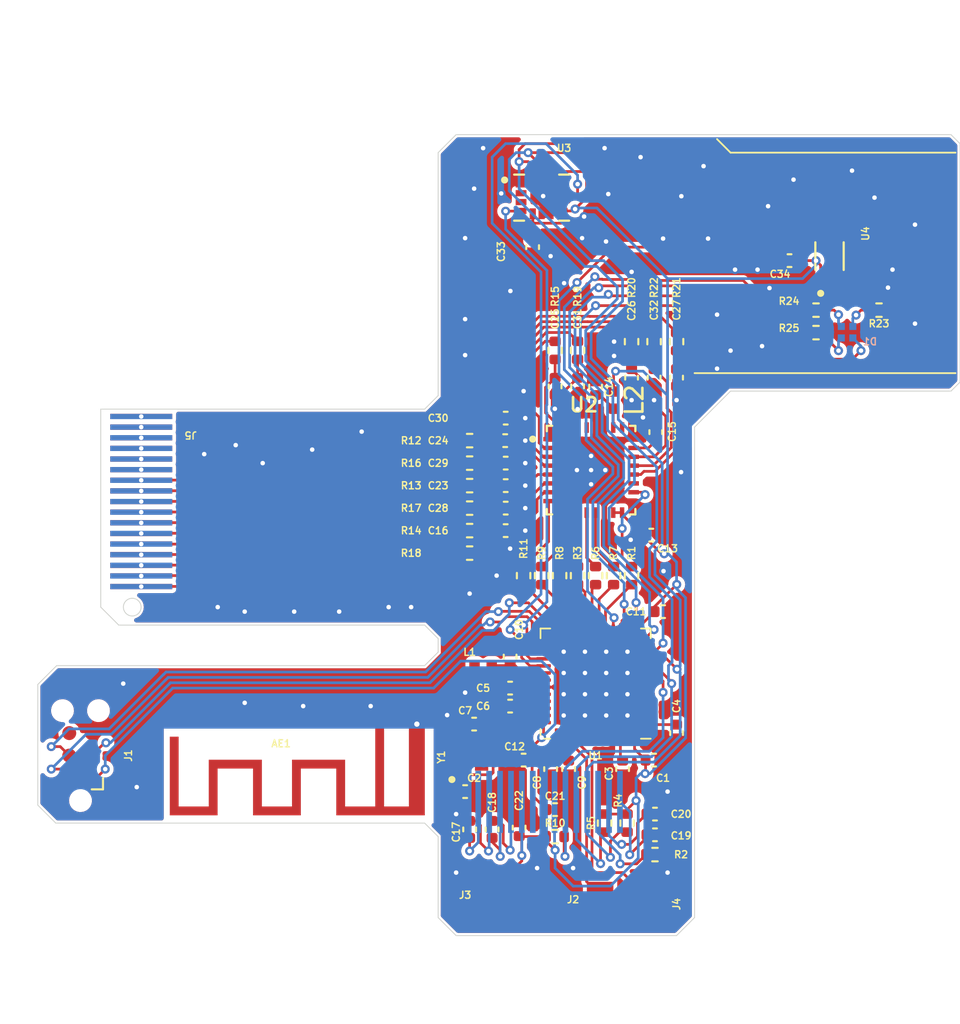
<source format=kicad_pcb>
(kicad_pcb (version 20221018) (generator pcbnew)
  (title_block (title "Raspberry Pi Pico Debugger Shoe") (date "2021-05-16") (rev "v02") (comment 2 "https://creativecommons.org/licenses/by/4.0/") (comment 3 "License: CC BY 4.0") (comment 4 "Author: Shawn Hymel"))
  (layers (0 "F.Cu" signal) (31 "B.Cu" signal) (34 "B.Paste" user) (35 "F.Paste" user) (36 "B.SilkS" user "B.Silkscreen") (37 "F.SilkS" user "F.Silkscreen") (38 "B.Mask" user) (39 "F.Mask" user) (44 "Edge.Cuts" user))
  (net 0 "")
  (net 1 "GND")
  (net 2 "+3V3")
  (net 3 "Net-(U1-XC2)")
  (net 4 "Net-(U1-DEC4)")
  (net 5 "Net-(U1-DEC1)")
  (net 6 "Net-(U1-DEC2)")
  (net 7 "Net-(U1-DEC3)")
  (net 8 "Net-(U1-XC1)")
  (net 9 "Net-(U1-P0.25)")
  (net 10 "Net-(U1-P0.26)")
  (net 11 "Net-(U1-ANT)")
  (net 12 "/SWDIO")
  (net 13 "/RST")
  (net 14 "/SWDCLK")
  (net 39 "Net-(J4-C2N)")
  (net 40 "Net-(J4-C2P)")
  (net 41 "Net-(J4-C1N)")
  (net 42 "Net-(J4-C1P)")
  (net 43 "Net-(C19-Pad1)")
  (net 44 "Net-(J4-VCOMH)")
  (net 45 "/~{RES}")
  (net 46 "/SCL")
  (net 47 "/SDA")
  (net 48 "Net-(J4-IREF)")
  (net 49 "Net-(U2-REFOUT)")
  (net 50 "Net-(J5-LCD_1)")
  (net 51 "Net-(J5-LCD_2)")
  (net 52 "Net-(J5-LCD_3)")
  (net 53 "Net-(J5-LCD_4)")
  (net 54 "Net-(J5-LCD_5)")
  (net 55 "Net-(J5-LCD_6)")
  (net 56 "Net-(J5-LCD_7)")
  (net 57 "Net-(J5-LCD_8)")
  (net 58 "Net-(J5-LCD_9)")
  (net 59 "Net-(J5-LCD_10)")
  (net 60 "Net-(J5-LCD_11)")
  (net 61 "Net-(U2-~{RESET})")
  (net 62 "Net-(U2-SCLK)")
  (net 63 "Net-(U2-DOUT{slash}~{DRDY})")
  (net 64 "Net-(U2-~{DRDY})")
  (net 65 "Net-(U2-DIN)")
  (net 66 "Net-(U2-~{CS})")
  (net 67 "Net-(U2-START{slash}SYNC)")
  (net 68 "Net-(U2-AIN0)")
  (net 69 "Net-(U2-AIN2)")
  (net 70 "Net-(U2-AIN4)")
  (net 71 "Net-(U2-REFP1{slash}AIN6)")
  (net 72 "Net-(U2-GPIO0{slash}AIN8)")
  (net 73 "Net-(U2-GPIO2{slash}AIN10)")
  (net 74 "Net-(U2-AIN1)")
  (net 75 "Net-(U2-AIN3)")
  (net 76 "Net-(U2-AIN5)")
  (net 77 "Net-(U2-REFN1{slash}AIN7)")
  (net 78 "Net-(U2-GPIO1{slash}AIN9)")
  (net 83 "Net-(AE1-A)")
  (net 84 "/~{RST}")
  (net 85 "/SCLK")
  (net 86 "/DOUT")
  (net 87 "/~{DRDY}")
  (net 88 "/DIN")
  (net 89 "/~{CS}")
  (net 90 "/S_SYNC")
  (net 91 "/INT1")
  (net 92 "/INT2")
  (net 93 "/DVI")
  (net 94 "Net-(D1-R)")
  (net 95 "Net-(D1-G)")
  (net 96 "Net-(D1-B)")
  (net 97 "/R")
  (net 98 "/G")
  (net 99 "/B")
  (net 100 "/COMM")
  (net 101 "/S1")
  (net 102 "/S2")
  (net 103 "Net-(U2-AVDD)")
  (footprint "Resistor_SMD:R_0402_1005Metric" (layer "F.Cu") (at 207.518 99.822 -90)
    (fp_text reference "R4")
    (fp_text value "4.7K")
  )
  (footprint "Capacitor_SMD:C_0402_1005Metric" (layer "F.Cu") (at 216.69 68.072)
    (fp_text reference "C34")
    (fp_text value "330nF")
  )
  (footprint "Resistor_SMD:R_0402_1005Metric" (layer "F.Cu") (at 198.628 78.232 180)
    (fp_text reference "R12")
    (fp_text value "10K")
  )
  (footprint "Resistor_SMD:R_0402_1005Metric" (layer "F.Cu") (at 203.454 73.137 90)
    (fp_text reference "R15")
    (fp_text value "10K")
  )
  (footprint "Capacitor_SMD:C_0402_1005Metric" (layer "F.Cu") (at 199.898 100.1776 -90)
    (fp_text reference "C18")
    (fp_text value "1uF")
  )
  (footprint "R1S:IC_ADS114S08BIRHBT" (layer "F.Cu") (at 205.486 79.896)
    (fp_text reference "U2")
    (fp_text value "ADS114S08BIRHBT")
  )
  (footprint "Capacitor_SMD:C_0402_1005Metric" (layer "F.Cu") (at 198.882 94.234 180)
    (fp_text reference "C7")
    (fp_text value "12pF")
  )
  (footprint "R1S:0.91_Display" (layer "F.Cu") (at 211.107448 106.3244 90)
    (fp_text reference "J4")
    (fp_text value "0.91_Display")
  )
  (footprint "Capacitor_SMD:C_0402_1005Metric" (layer "F.Cu") (at 203.454 99.06 180)
    (fp_text reference "C21")
    (fp_text value "1uF")
  )
  (footprint "Capacitor_SMD:C_0402_1005Metric" (layer "F.Cu") (at 201.676 96.266 180)
    (fp_text reference "C12")
    (fp_text value "100nF")
  )
  (footprint "Inductor_SMD:L_0402_1005Metric" (layer "F.Cu") (at 206.756 75.946 -90)
    (fp_text reference "L2")
    (fp_text value "L_Small")
  )
  (footprint "Capacitor_SMD:C_0402_1005Metric" (layer "F.Cu") (at 200.664 80.772 180)
    (fp_text reference "C23")
    (fp_text value "330nF")
  )
  (footprint "Capacitor_SMD:C_0402_1005Metric" (layer "F.Cu") (at 201.422 100.076 -90)
    (fp_text reference "C22")
    (fp_text value "1uF")
  )
  (footprint "RF_Antenna:Texas_SWRA117D_2.4GHz_Right" (layer "F.Cu") (at 193.548 94.234 180)
    (fp_text reference "AE1")
    (fp_text value "Antenna_Shield")
  )
  (footprint "Resistor_SMD:R_0402_1005Metric" (layer "F.Cu") (at 218.186 72.136)
    (fp_text reference "R25")
    (fp_text value "10K")
  )
  (footprint "Resistor_SMD:R_0402_1005Metric" (layer "F.Cu") (at 209.042 72.644 90)
    (fp_text reference "R22")
    (fp_text value "10K")
  )
  (footprint "R1S:2xPad" (layer "F.Cu") (at 205.994 103.886)
    (fp_text reference "J2")
    (fp_text value "~")
  )
  (footprint "Capacitor_SMD:C_0402_1005Metric" (layer "F.Cu") (at 209.55 87.884)
    (fp_text reference "C11")
    (fp_text value "100nF")
  )
  (footprint "Capacitor_SMD:C_0402_1005Metric" (layer "F.Cu") (at 209.042 74.676 -90)
    (fp_text reference "C32")
    (fp_text value "330nF")
  )
  (footprint "Capacitor_SMD:C_0402_1005Metric" (layer "F.Cu") (at 198.374 98.044)
    (fp_text reference "C2")
    (fp_text value "12pF")
  )
  (footprint "Resistor_SMD:R_0402_1005Metric" (layer "F.Cu") (at 198.628 79.502 180)
    (fp_text reference "R16")
    (fp_text value "10K")
  )
  (footprint "Resistor_SMD:R_0402_1005Metric" (layer "F.Cu") (at 207.772 72.644 90)
    (fp_text reference "R20")
    (fp_text value "10K")
  )
  (footprint "Resistor_SMD:R_0402_1005Metric" (layer "F.Cu") (at 203.708 85.852 -90)
    (fp_text reference "R8")
    (fp_text value "10K")
  )
  (footprint "Capacitor_SMD:C_0402_1005Metric" (layer "F.Cu") (at 209.0928 99.314)
    (fp_text reference "C20")
    (fp_text value "2.2uF")
  )
  (footprint "Capacitor_SMD:C_0402_1005Metric" (layer "F.Cu") (at 198.628 100.1776 -90)
    (fp_text reference "C17")
    (fp_text value "1uF")
  )
  (footprint "Capacitor_SMD:C_0402_1005Metric" (layer "F.Cu") (at 209.1396 77.752 90)
    (fp_text reference "C15")
    (fp_text value "330nF")
  )
  (footprint "Capacitor_SMD:C_0402_1005Metric" (layer "F.Cu") (at 200.664 79.502)
    (fp_text reference "C29")
    (fp_text value "330nF")
  )
  (footprint "Capacitor_SMD:C_0402_1005Metric" (layer "F.Cu") (at 200.914 90.424 90)
    (fp_text reference "C10")
    (fp_text value "12pF")
  )
  (footprint "Capacitor_SMD:C_0402_1005Metric" (layer "F.Cu") (at 204.216 96.774 90)
    (fp_text reference "C9")
    (fp_text value "12pF")
  )
  (footprint "R1S:VQFN-48-1EP_6x6mm_P0.4mm_EP4.1x4.1mm_ThermalVias" (layer "F.Cu") (at 205.74 91.948 180)
    (fp_text reference "U1")
    (fp_text value "nRF52832-QFxx")
  )
  (footprint "Capacitor_SMD:C_0402_1005Metric" (layer "F.Cu") (at 204.724 75.169 -90)
    (fp_text reference "C31")
    (fp_text value "330nF")
  )
  (footprint "Capacitor_SMD:C_0402_1005Metric" (layer "F.Cu") (at 207.772 74.676 90)
    (fp_text reference "C26")
    (fp_text value "330nF")
  )
  (footprint "R1S:2xPad" (layer "F.Cu") (at 199.644 103.886)
    (fp_text reference "J3")
    (fp_text value "~")
  )
  (footprint "Capacitor_SMD:C_0402_1005Metric" (layer "F.Cu") (at 203.2 96.774 90)
    (fp_text reference "C8")
    (fp_text value "12pF")
  )
  (footprint "R1S:XDCR_BH1750FVI-TR" (layer "F.Cu") (at 218.948 67.818 90)
    (fp_text reference "U4")
    (fp_text value "BH1750FVI-TR")
  )
  (footprint "Resistor_SMD:R_0402_1005Metric" (layer "F.Cu") (at 201.676 85.852 -90)
    (fp_text reference "R11")
    (fp_text value "10K")
  )
  (footprint "R1S:PQFN50P250X300X86-14N" (layer "F.Cu") (at 202.692 64.516)
    (fp_text reference "U3")
    (fp_text value "LSM6DSOX")
  )
  (footprint "Resistor_SMD:R_0402_1005Metric" (layer "F.Cu") (at 198.628 83.312 180)
    (fp_text reference "R14")
    (fp_text value "10K")
  )
  (footprint "Capacitor_SMD:C_0402_1005Metric" (layer "F.Cu") (at 200.636 78.232 180)
    (fp_text reference "C24")
    (fp_text value "330nF")
  )
  (footprint "Resistor_SMD:R_0402_1005Metric" (layer "F.Cu") (at 202.692 85.852 -90)
    (fp_text reference "R9")
    (fp_text value "10K")
  )
  (footprint "Resistor_SMD:R_0402_1005Metric" (layer "F.Cu") (at 207.772 85.852 -90)
    (fp_text reference "R1")
    (fp_text value "10K")
  )
  (footprint "Capacitor_SMD:C_0402_1005Metric" (layer "F.Cu") (at 208.8856 83.566 180)
    (fp_text reference "C13")
    (fp_text value "100nF")
  )
  (footprint "Capacitor_SMD:C_0402_1005Metric" (layer "F.Cu") (at 205.74 75.184 -90)
    (fp_text reference "C14")
    (fp_text value "330nF")
  )
  (footprint "Capacitor_SMD:C_0402_1005Metric" (layer "F.Cu") (at 200.662 83.312 180)
    (fp_text reference "C16")
    (fp_text value "330nF")
  )
  (footprint "Resistor_SMD:R_0402_1005Metric" (layer "F.Cu") (at 209.0928 101.6)
    (fp_text reference "R2")
    (fp_text value "560K")
  )
  (footprint "Capacitor_SMD:C_0402_1005Metric" (layer "F.Cu") (at 209.042 96.266)
    (fp_text reference "C1")
    (fp_text value "4.7uF")
  )
  (footprint "Resistor_SMD:R_0402_1005Metric" (layer "F.Cu") (at 210.312 72.644 90)
    (fp_text reference "R21")
    (fp_text value "10K")
  )
  (footprint "Capacitor_SMD:C_0402_1005Metric" (layer "F.Cu") (at 209.0928 100.4824)
    (fp_text reference "C19")
    (fp_text value "4.7uF")
  )
  (footprint "Capacitor_SMD:C_0402_1005Metric" (layer "F.Cu") (at 203.454 75.169 90)
    (fp_text reference "C25")
    (fp_text value "330nF")
  )
  (footprint "R1S:OSC_XRCGB32M000F1H01R0" (layer "F.Cu") (at 198.628 96.012 90)
    (fp_text reference "Y1")
    (fp_text value "XRCGB32M000F1H01R0")
  )
  (footprint "Resistor_SMD:R_0402_1005Metric" (layer "F.Cu") (at 221.742 70.866 180)
    (fp_text reference "R23")
    (fp_text value "10K")
  )
  (footprint "Resistor_SMD:R_0402_1005Metric" (layer "F.Cu") (at 198.628 80.772 180)
    (fp_text reference "R13")
    (fp_text value "10K")
  )
  (footprint "Resistor_SMD:R_0402_1005Metric" (layer "F.Cu") (at 204.724 85.852 -90)
    (fp_text reference "R3")
    (fp_text value "10K")
  )
  (footprint "Capacitor_SMD:C_0402_1005Metric" (layer "F.Cu") (at 207.264 96.774 -90)
    (fp_text reference "C3")
    (fp_text value "1uF")
  )
  (footprint "Resistor_SMD:R_0402_1005Metric" (layer "F.Cu") (at 206.756 85.852 -90)
    (fp_text reference "R7")
    (fp_text value "10K")
  )
  (footprint "Resistor_SMD:R_0402_1005Metric" (layer "F.Cu") (at 198.628 82.042 180)
    (fp_text reference "R17")
    (fp_text value "10K")
  )
  (footprint "Resistor_SMD:R_0402_1005Metric" (layer "F.Cu") (at 205.74 85.852 -90)
    (fp_text reference "R6")
    (fp_text value "10K")
  )
  (footprint "Capacitor_SMD:C_0402_1005Metric" (layer "F.Cu") (at 200.914 92.202 180)
    (fp_text reference "C5")
    (fp_text value "DNP")
  )
  (footprint "Resistor_SMD:R_0402_1005Metric" (layer "F.Cu") (at 204.724 73.137 90)
    (fp_text reference "R19")
    (fp_text value "10K")
  )
  (footprint "Inductor_SMD:L_0402_1005Metric" (layer "F.Cu") (at 199.39 90.932)
    (fp_text reference "L1")
    (fp_text value "3.9nH")
  )
  (footprint "R1S:Ricoh_R1S_CN" (layer "F.Cu") (at 180.086 76.87 180)
    (fp_text reference "J5")
    (fp_text value "Ricoh_R1S_CN")
  )
  (footprint "Capacitor_SMD:C_0402_1005Metric" (layer "F.Cu") (at 210.312 94.742 -90)
    (fp_text reference "C4")
    (fp_text value "100nF")
  )
  (footprint "Resistor_SMD:R_0402_1005Metric" (layer "F.Cu") (at 218.186 70.866)
    (fp_text reference "R24")
    (fp_text value "10K")
  )
  (footprint "Capacitor_SMD:C_0402_1005Metric" (layer "F.Cu") (at 202.184 67.31 90)
    (fp_text reference "C33")
    (fp_text value "330nF")
  )
  (footprint "Capacitor_SMD:C_0402_1005Metric" (layer "F.Cu") (at 200.914 93.218 180)
    (fp_text reference "C6")
    (fp_text value "100pF")
  )
  (footprint "Capacitor_SMD:C_0402_1005Metric" (layer "F.Cu") (at 200.664 82.042)
    (fp_text reference "C28")
    (fp_text value "330nF")
  )
  (footprint "Resistor_SMD:R_0402_1005Metric" (layer "F.Cu") (at 198.628 84.582 180)
    (fp_text reference "R18")
    (fp_text value "10K")
  )
  (footprint "Resistor_SMD:R_0402_1005Metric" (layer "F.Cu") (at 203.454 100.584)
    (fp_text reference "R10")
    (fp_text value "10K")
  )
  (footprint "Capacitor_SMD:C_0402_1005Metric" (layer "F.Cu") (at 210.312 74.676 90)
    (fp_text reference "C27")
    (fp_text value "330nF")
  )
  (footprint "Connector:Tag-Connect_TC2030-IDC-NL_2x03_P1.27mm_Vertical" (layer "F.Cu") (at 176.657 96.012 90)
    (fp_text reference "J1")
    (fp_text value "Conn_ARM_SWD_TagConnect_TC2030-NL")
  )
  (footprint "Capacitor_SMD:C_0402_1005Metric" (layer "F.Cu") (at 200.664 76.962)
    (fp_text reference "C30")
    (fp_text value "330nF")
  )
  (footprint "Resistor_SMD:R_0402_1005Metric" (layer "F.Cu") (at 206.248 99.822 -90)
    (fp_text reference "R5")
    (fp_text value "4.7K")
  )
  (footprint "R1S:APGF1012GBRC-07" (layer "B.Cu") (at 220.264 72.436 180)
    (fp_text reference "D1")
    (fp_text value "~")
  )
  (gr_line (start 211.328 74.422) (end 226.06 74.422) (stroke (width 0.1)) (layer "F.SilkS"))
  (gr_line (start 213.36 61.976) (end 226.06 61.976) (stroke (width 0.1)) (layer "F.SilkS"))
  (gr_line (start 213.36 61.976) (end 212.598 61.214) (stroke (width 0.1)) (layer "F.SilkS"))
  (gr_line (start 174.244 91.9988) (end 174.244 98.806) (stroke (width 0.05)) (layer "Edge.Cuts"))
  (gr_line (start 196.85 90.17) (end 196.85 89.408) (stroke (width 0.05)) (layer "Edge.Cuts"))
  (gr_line (start 210.312 106.172) (end 211.328 105.156) (stroke (width 0.05)) (layer "Edge.Cuts"))
  (gr_line (start 213.36 75.438) (end 211.328 77.47) (stroke (width 0.05)) (layer "Edge.Cuts"))
  (gr_line (start 196.85 75.692) (end 196.85 61.976) (stroke (width 0.05)) (layer "Edge.Cuts"))
  (gr_line (start 196.088 76.454) (end 196.85 75.692) (stroke (width 0.05)) (layer "Edge.Cuts"))
  (gr_line (start 225.806 60.96) (end 197.866 60.96) (stroke (width 0.05)) (layer "Edge.Cuts"))
  (gr_line (start 226.314 61.468) (end 225.806 60.96) (stroke (width 0.05)) (layer "Edge.Cuts"))
  (gr_circle (center 179.578 87.63) (end 180.078 87.63) (stroke (width 0.05)) (fill none) (layer "Edge.Cuts"))
  (gr_line (start 196.85 90.17) (end 196.088 90.932) (stroke (width 0.05)) (layer "Edge.Cuts"))
  (gr_line (start 213.36 75.438) (end 225.806 75.438) (stroke (width 0.05)) (layer "Edge.Cuts"))
  (gr_line (start 210.312 106.172) (end 197.866 106.172) (stroke (width 0.05)) (layer "Edge.Cuts"))
  (gr_line (start 196.85 105.156) (end 196.85 100.584) (stroke (width 0.05)) (layer "Edge.Cuts"))
  (gr_line (start 175.26 99.822) (end 174.244 98.806) (stroke (width 0.05)) (layer "Edge.Cuts"))
  (gr_line (start 226.314 74.93) (end 226.314 61.468) (stroke (width 0.05)) (layer "Edge.Cuts"))
  (gr_line (start 177.8 76.454) (end 196.088 76.454) (stroke (width 0.05)) (layer "Edge.Cuts"))
  (gr_line (start 196.85 61.976) (end 197.866 60.96) (stroke (width 0.05)) (layer "Edge.Cuts"))
  (gr_line (start 196.088 99.822) (end 175.26 99.822) (stroke (width 0.05)) (layer "Edge.Cuts"))
  (gr_line (start 211.328 77.47) (end 211.328 105.156) (stroke (width 0.05)) (layer "Edge.Cuts"))
  (gr_line (start 197.866 106.172) (end 196.85 105.156) (stroke (width 0.05)) (layer "Edge.Cuts"))
  (gr_line (start 196.088 99.822) (end 196.85 100.584) (stroke (width 0.05)) (layer "Edge.Cuts"))
  (gr_line (start 225.806 75.438) (end 226.314 74.93) (stroke (width 0.05)) (layer "Edge.Cuts"))
  (gr_line (start 196.088 90.932) (end 175.3108 90.932) (stroke (width 0.05)) (layer "Edge.Cuts"))
  (gr_line (start 196.85 89.408) (end 196.088 88.646) (stroke (width 0.05)) (layer "Edge.Cuts"))
  (gr_line (start 178.816 88.646) (end 177.8 87.63) (stroke (width 0.05)) (layer "Edge.Cuts"))
  (gr_line (start 175.3108 90.932) (end 174.244 91.9988) (stroke (width 0.05)) (layer "Edge.Cuts"))
  (gr_line (start 196.088 88.646) (end 178.816 88.646) (stroke (width 0.05)) (layer "Edge.Cuts"))
  (gr_line (start 177.8 87.63) (end 177.8 76.454) (stroke (width 0.05)) (layer "Edge.Cuts"))
  (segment (start 203.54 92.148) (end 203.94 92.548) (width 0.15) (layer "F.Cu") (net 1))
  (segment (start 202.8025 92.148) (end 203.54 92.148) (width 0.15) (layer "F.Cu") (net 1))
  (segment (start 206.74 94.8855) (end 206.74 94.758) (width 0.15) (layer "F.Cu") (net 1))
  (segment (start 206.756 94.742) (end 206.756 94.164) (width 0.15) (layer "F.Cu") (net 1))
  (segment (start 206.756 94.164) (end 206.34 93.748) (width 0.15) (layer "F.Cu") (net 1))
  (segment (start 206.74 94.758) (end 206.756 94.742) (width 0.15) (layer "F.Cu") (net 1))
  (via (at 222.504 68.58) (size 0.508) (drill 0.254) (layers "F.Cu" "B.Cu") (net 1))
  (via (at 209.55 66.8274) (size 0.508) (drill 0.254) (layers "F.Cu" "B.Cu") (net 1))
  (via (at 201.676 75.438) (size 0.508) (drill 0.254) (layers "F.Cu" "B.Cu") (net 1))
  (via (at 220.218 62.992) (size 0.508) (drill 0.254) (layers "F.Cu" "B.Cu") (net 1))
  (via (at 216.916 63.5) (size 0.508) (drill 0.254) (layers "F.Cu" "B.Cu") (net 1))
  (via (at 215.557212 69.6214) (size 0.508) (drill 0.254) (layers "F.Cu" "B.Cu") (net 1))
  (via (at 215.47925 64.9986) (size 0.508) (drill 0.254) (layers "F.Cu" "B.Cu") (net 1))
  (via (at 202.438 102.362) (size 0.508) (drill 0.254) (layers "F.Cu" "B.Cu") (net 1))
  (via (at 198.374 66.802) (size 0.508) (drill 0.254) (layers "F.Cu" "B.Cu") (net 1))
  (via (at 200.929572 69.786072) (size 0.508) (drill 0.254) (layers "F.Cu" "B.Cu") (net 1))
  (via (at 198.882 64.008) (size 0.508) (drill 0.254) (layers "F.Cu" "B.Cu") (net 1))
  (via (at 184.404 87.63) (size 0.508) (drill 0.254) (layers "F.Cu" "B.Cu") (net 1))
  (via (at 185.928 93.033) (size 0.508) (drill 0.254) (layers "F.Cu" "B.Cu") (net 1))
  (via locked (at 201.769962 79.502) (size 0.508) (drill 0.254) (layers "F.Cu" "B.Cu") (net 1))
  (via (at 179.07 91.948) (size 0.508) (drill 0.254) (layers "F.Cu" "B.Cu") (net 1))
  (via (at 193.04 93.218) (size 0.508) (drill 0.254) (layers "F.Cu" "B.Cu") (net 1))
  (via (at 186.944 79.502) (size 0.508) (drill 0.254) (layers "F.Cu" "B.Cu") (net 1))
  (via locked (at 201.769962 80.772) (size 0.508) (drill 0.254) (layers "F.Cu" "B.Cu") (net 1))
  (via (at 203.439245 76.43455) (size 0.508) (drill 0.254) (layers "F.Cu" "B.Cu") (net 1))
  (via (at 191.262 87.884) (size 0.508) (drill 0.254) (layers "F.Cu" "B.Cu") (net 1))
  (via (at 212.598 74.168) (size 0.508) (drill 0.254) (layers "F.Cu" "B.Cu") (net 1))
  (via (at 183.642 78.994) (size 0.508) (drill 0.254) (layers "F.Cu" "B.Cu") (net 1))
  (via (at 213.36 73.152) (size 0.508) (drill 0.254) (layers "F.Cu" "B.Cu") (net 1))
  (via (at 198.374 71.374) (size 0.508) (drill 0.254) (layers "F.Cu" "B.Cu") (net 1))
  (via (at 198.374 92.456) (size 0.508) (drill 0.254) (layers "F.Cu" "B.Cu") (net 1))
  (via (at 213.614 68.58) (size 0.508) (drill 0.254) (layers "F.Cu" "B.Cu") (net 1))
  (via (at 207.773792 68.707) (size 0.508) (drill 0.254) (layers "F.Cu" "B.Cu") (net 1))
  (via locked (at 201.769962 83.312) (size 0.508) (drill 0.254) (layers "F.Cu" "B.Cu") (net 1))
  (via (at 194.056 87.63) (size 0.508) (drill 0.254) (layers "F.Cu" "B.Cu") (net 1))
  (via (at 215.138 72.898) (size 0.508) (drill 0.254) (layers "F.Cu" "B.Cu") (net 1))
  (via (at 209.5754 85.598) (size 0.508) (drill 0.254) (layers "F.Cu" "B.Cu") (net 1))
  (via (at 223.774 66.04) (size 0.508) (drill 0.254) (layers "F.Cu" "B.Cu") (net 1))
  (via (at 198.374 73.406) (size 0.508) (drill 0.254) (layers "F.Cu" "B.Cu") (net 1))
  (via (at 189.738 78.74) (size 0.508) (drill 0.254) (layers "F.Cu" "B.Cu") (net 1))
  (via (at 212.09 66.8274) (size 0.508) (drill 0.254) (layers "F.Cu" "B.Cu") (net 1))
  (via (at 200.152 85.852) (size 0.508) (drill 0.254) (layers "F.Cu" "B.Cu") (net 1))
  (via (at 206.455961 64.313513) (size 0.508) (drill 0.254) (layers "F.Cu" "B.Cu") (net 1))
  (via locked (at 201.769962 82.042) (size 0.508) (drill 0.254) (layers "F.Cu" "B.Cu") (net 1))
  (via (at 206.32861 66.992038) (size 0.508) (drill 0.254) (layers "F.Cu" "B.Cu") (net 1))
  (via locked (at 201.769962 78.232) (size 0.508) (drill 0.254) (layers "F.Cu" "B.Cu") (net 1))
  (via (at 200.914 84.328) (size 0.508) (drill 0.254) (layers "F.Cu" "B.Cu") (net 1))
  (via (at 192.532 77.724) (size 0.508) (drill 0.254) (layers "F.Cu" "B.Cu") (net 1))
  (via (at 208.28 62.23) (size 0.508) (drill 0.254) (layers "F.Cu" "B.Cu") (net 1))
  (via (at 209.804 102.616) (size 0.508) (drill 0.254) (layers "F.Cu" "B.Cu") (net 1))
  (via (at 222.25 69.596) (size 0.508) (drill 0.254) (layers "F.Cu" "B.Cu") (net 1))
  (via (at 204.47 102.362) (size 0.508) (drill 0.254) (layers "F.Cu" "B.Cu") (net 1))
  (via (at 204.978 66.802) (size 0.5) (drill 0.25) (layers "F.Cu" "B.Cu") (net 1))
  (via (at 206.248 61.722) (size 0.508) (drill 0.254) (layers "F.Cu" "B.Cu") (net 1))
  (via (at 206.7838 72.644) (size 0.508) (drill 0.254) (layers "F.Cu" "B.Cu") (net 1))
  (via (at 197.358 93.726) (size 0.508) (drill 0.254) (layers "F.Cu" "B.Cu") (net 1))
  (via (at 210.566 80.01) (size 0.508) (drill 0.254) (layers "F.Cu" "B.Cu") (net 1))
  (via (at 206.7838 73.451382) (size 0.508) (drill 0.254) (layers "F.Cu" "B.Cu") (net 1))
  (via (at 197.866 102.616) (size 0.508) (drill 0.254) (layers "F.Cu" "B.Cu") (net 1))
  (via (at 214.884 68.58) (size 0.508) (drill 0.254) (layers "F.Cu" "B.Cu") (net 1))
  (via (at 212.598 71.12) (size 0.508) (drill 0.254) (layers "F.Cu" "B.Cu") (net 1))
  (via (at 189.23 93.218) (size 0.508) (drill 0.254) (layers "F.Cu" "B.Cu") (net 1))
  (via (at 221.488 64.516) (size 0.508) (drill 0.254) (layers "F.Cu" "B.Cu") (net 1))
  (via locked (at 201.769962 76.962) (size 0.508) (drill 0.254) (layers "F.Cu" "B.Cu") (net 1))
  (via (at 185.42 78.486) (size 0.508) (drill 0.254) (layers "F.Cu" "B.Cu") (net 1))
  (via (at 210.582153 64.434601) (size 0.508) (drill 0.254) (layers "F.Cu" "B.Cu") (net 1))
  (via (at 209.804 98.044) (size 0.508) (drill 0.254) (layers "F.Cu" "B.Cu") (net 1))
  (via (at 205.09065 65.5828) (size 0.508) (drill 0.254) (layers "F.Cu" "B.Cu") (net 1))
  (via (at 204.724 76.454) (size 0.508) (drill 0.254) (layers "F.Cu" "B.Cu") (net 1))
  (via (at 197.866 99.314) (size 0.508) (drill 0.254) (layers "F.Cu" "B.Cu") (net 1))
  (via (at 200.412046 64.278366) (size 0.5) (drill 0.25) (layers "F.Cu" "B.Cu") (net 1))
  (via (at 199.39 61.722) (size 0.508) (drill 0.254) (layers "F.Cu" "B.Cu") (net 1))
  (via (at 223.774 71.628) (size 0.508) (drill 0.254) (layers "F.Cu" "B.Cu") (net 1))
  (via (at 198.628 86.868) (size 0.508) (drill 0.254) (layers "F.Cu" "B.Cu") (net 1))
  (via (at 188.722 87.884) (size 0.508) (drill 0.254) (layers "F.Cu" "B.Cu") (net 1))
  (via (at 208.41605 76.92355) (size 0.508) (drill 0.254) (layers "F.Cu" "B.Cu") (net 1))
  (via (at 185.928 87.884) (size 0.508) (drill 0.254) (layers "F.Cu" "B.Cu") (net 1))
  (via (at 195.326 87.63) (size 0.508) (drill 0.254) (layers "F.Cu" "B.Cu") (net 1))
  (via (at 202.77925 64.42875) (size 0.508) (drill 0.254) (layers "F.Cu" "B.Cu") (net 1))
  (via (at 207.7212 83.829935) (size 0.508) (drill 0.254) (layers "F.Cu" "B.Cu") (net 1))
  (via locked (at 209.042 75.946) (size 0.508) (drill 0.254) (layers "F.Cu" "B.Cu") (net 1))
  (via locked (at 210.312 75.946) (size 0.508) (drill 0.254) (layers "F.Cu" "B.Cu") (net 1))
  (via (at 211.836 62.738) (size 0.508) (drill 0.254) (layers "F.Cu" "B.Cu") (net 1))
  (via (at 179.832 97.79) (size 0.508) (drill 0.254) (layers "F.Cu" "B.Cu") (net 1))
  (via (at 203.2 67.818) (size 0.5) (drill 0.25) (layers "F.Cu" "B.Cu") (net 1))
  (via (at 203.962 69.342) (size 0.5) (drill 0.25) (layers "F.Cu" "B.Cu") (net 1))
  (via locked (at 207.772 75.946) (size 0.508) (drill 0.254) (layers "F.Cu" "B.Cu") (net 1))
  (segment (start 203.6252 63.0428) (end 205.0288 63.0428) (width 0.1524) (layer "F.Cu") (net 2))
  (segment (start 177.292 97.282) (end 177.546012 97.282) (width 0.1524) (layer "F.Cu") (net 2))
  (segment (start 207.518 99.06) (end 208.026 98.552) (width 0.1524) (layer "F.Cu") (net 2))
  (segment (start 208.562 97) (end 208.534 97.028) (width 0.1524) (layer "F.Cu") (net 2))
  (segment (start 203.852 65.896) (end 203.852 65.266) (width 0.1524) (layer "F.Cu") (net 2))
  (segment (start 209.457676 84.618076) (end 209.611476 84.618076) (width 0.1524) (layer "F.Cu") (net 2))
  (segment (start 206.248 99.312) (end 207.518 99.312) (width 0.1524) (layer "F.Cu") (net 2))
  (segment (start 208.562 96.266) (end 208.562 97) (width 0.1524) (layer "F.Cu") (net 2))
  (segment (start 201.568984 101.645384) (end 201.568984 100.702984) (width 0.1524) (layer "F.Cu") (net 2))
  (segment (start 207.94 94.8855) (end 207.94 95.644) (width 0.1524) (layer "F.Cu") (net 2))
  (segment (start 218.448 69.193) (end 218.448 68.334) (width 0.1524) (layer "F.Cu") (net 2))
  (segment (start 201.568984 100.702984) (end 201.422 100.556) (width 0.1524) (layer "F.Cu") (net 2))
  (segment (start 206.736 82.296) (end 207.236 82.296) (width 0.1524) (layer "F.Cu") (net 2))
  (segment (start 202.8025 94.8855) (end 202.8025 94.148) (width 0.1524) (layer "F.Cu") (net 2))
  (segment (start 202.192 65.8834) (end 202.2682 65.9596) (width 0.1524) (layer "F.Cu") (net 2))
  (segment (start 207.94 89.0105) (end 209.0665 87.884) (width 0.1524) (layer "F.Cu") (net 2))
  (segment (start 201.422 100.556) (end 201.45 100.584) (width 0.1524) (layer "F.Cu") (net 2))
  (segment (start 204.477437 65.266) (end 204.58281 65.160627) (width 0.1524) (layer "F.Cu") (net 2))
  (segment (start 207.236 82.296) (end 207.236 82.3964) (width 0.1524) (layer "F.Cu") (net 2))
  (segment (start 202.944 100.836) (end 203.454 101.346) (width 0.15) (layer "F.Cu") (net 2))
  (segment (start 207.236 82.3964) (end 208.4056 83.566) (width 0.1524) (layer "F.Cu") (net 2))
  (segment (start 206.756 75.461) (end 206.756 74.422) (width 0.15) (layer "F.Cu") (net 2))
  (segment (start 209.07 87.884) (end 209.07 87.602) (width 0.1524) (layer "F.Cu") (net 2))
  (segment (start 202.192 65.426) (end 202.192 65.8834) (width 0.1524) (layer "F.Cu") (net 2))
  (segment (start 205.0288 63.0428) (end 205.232 63.246) (width 0.1524) (layer "F.Cu") (net 2))
  (segment (start 203.852 65.266) (end 204.477437 65.266) (width 0.1524) (layer "F.Cu") (net 2))
  (segment (start 177.546012 97.282) (end 178.054012 96.774) (width 0.1524) (layer "F.Cu") (net 2))
  (segment (start 206.756 74.422) (end 206.867135 74.310865) (width 0.15) (layer "F.Cu") (net 2))
  (segment (start 202.946 100.328) (end 202.944 100.33) (width 0.1524) (layer "F.Cu") (net 2))
  (segment (start 201.45 100.584) (end 202.69 100.584) (width 0.1524) (layer "F.Cu") (net 2))
  (segment (start 199.644 103.886) (end 201.5744 101.9556) (width 0.1524) (layer "F.Cu") (net 2))
  (segment (start 202.156 95.532) (end 202.692 94.996) (width 0.1524) (layer "F.Cu") (net 2))
  (segment (start 202.946 99.032) (end 202.946 100.328) (width 0.1524) (layer "F.Cu") (net 2))
  (segment (start 202.156 96.266) (end 202.156 95.532) (width 0.1524) (layer "F.Cu") (net 2))
  (segment (start 202.156 98.242) (end 202.974 99.06) (width 0.1524) (layer "F.Cu") (net 2))
  (segment (start 203.7884 65.9596) (end 203.852 65.896) (width 0.1524) (layer "F.Cu") (net 2))
  (segment (start 208.4056 83.566) (end 209.457676 84.618076) (width 0.1524) (layer "F.Cu") (net 2))
  (segment (start 207.518 99.312) (end 207.518 99.06) (width 0.1524) (layer "F.Cu") (net 2))
  (segment (start 209.07 87.602) (end 210.322302 86.349698) (width 0.1524) (layer "F.Cu") (net 2))
  (segment (start 202.944 100.584) (end 202.944 100.836) (width 0.15) (layer "F.Cu") (net 2))
  (segment (start 202.156 96.266) (end 202.156 98.242) (width 0.1524) (layer "F.Cu") (net 2))
  (segment (start 205.232 63.246) (end 205.232 64.511437) (width 0.1524) (layer "F.Cu") (net 2))
  (segment (start 217.17 68.072) (end 218.186 68.072) (width 0.1524) (layer "F.Cu") (net 2))
  (segment (start 209.0665 87.884) (end 209.07 87.884) (width 0.1524) (layer "F.Cu") (net 2))
  (segment (start 202.192 66.822) (end 202.184 66.83) (width 0.1524) (layer "F.Cu") (net 2))
  (segment (start 202.69 100.584) (end 202.944 100.33) (width 0.1524) (layer "F.Cu") (net 2))
  (segment (start 202.192 65.426) (end 202.192 66.822) (width 0.1524) (layer "F.Cu") (net 2))
  (segment (start 218.448 68.334) (end 218.186 68.072) (width 0.1524) (layer "F.Cu") (net 2))
  (segment (start 201.5744 101.6508) (end 201.5744 101.9556) (width 0.1524) (layer "F.Cu") (net 2))
  (segment (start 202.692 94.996) (end 202.8025 94.8855) (width 0.1524) (layer "F.Cu") (net 2))
  (segment (start 202.2682 65.9596) (end 203.7884 65.9596) (width 0.1524) (layer "F.Cu") (net 2))
  (segment (start 203.192 63.476) (end 203.6252 63.0428) (width 0.1524) (layer "F.Cu") (net 2))
  (segment (start 207.94 95.644) (end 208.562 96.266) (width 0.1524) (layer "F.Cu") (net 2))
  (segment (start 203.192 63.606) (end 203.192 63.476) (width 0.1524) (layer "F.Cu") (net 2))
  (segment (start 205.232 64.511437) (end 204.58281 65.160627) (width 0.1524) (layer "F.Cu") (net 2))
  (via (at 201.5744 101.6508) (size 0.508) (drill 0.254) (layers "F.Cu" "B.Cu") (net 2))
  (via (at 204.58281 65.160627) (size 0.508) (drill 0.254) (layers "F.Cu" "B.Cu") (net 2))
  (via (at 202.692 94.996) (size 0.508) (drill 0.254) (layers "F.Cu" "B.Cu") (net 2))
  (via (at 203.454 101.346) (size 0.508) (drill 0.254) (layers "F.Cu" "B.Cu") (net 2))
  (via (at 218.186 68.072) (size 0.508) (drill 0.254) (layers "F.Cu" "B.Cu") (net 2))
  (via (at 206.867135 74.310865) (size 0.5) (drill 0.25) (layers "F.Cu" "B.Cu") (net 2))
  (via (at 209.611476 84.618076) (size 0.508) (drill 0.254) (layers "F.Cu" "B.Cu") (net 2))
  (via (at 208.026 98.552) (size 0.508) (drill 0.254) (layers "F.Cu" "B.Cu") (net 2))
  (via (at 178.054012 96.774) (size 0.508) (drill 0.254) (layers "F.Cu" "B.Cu") (net 2))
  (via (at 208.534 97.028) (size 0.508) (drill 0.254) (layers "F.Cu" "B.Cu") (net 2))
  (via (at 210.322302 86.349698) (size 0.508) (drill 0.254) (layers "F.Cu" "B.Cu") (net 2))
  (segment (start 209.804 75.692) (end 209.804 69.088) (width 0.1524) (layer "B.Cu") (net 2))
  (segment (start 209.647552 84.582) (end 209.611476 84.618076) (width 0.1524) (layer "B.Cu") (net 2))
  (segment (start 209.804 84.582) (end 210.312 85.09) (width 0.1524) (layer "B.Cu") (net 2))
  (segment (start 201.57668 101.64852) (end 201.57668 98.6244) (width 0.1524) (layer "B.Cu") (net 2))
  (segment (start 198.12 90.678) (end 196.596 92.202) (width 0.1524) (layer "B.Cu") (net 2))
  (segment (start 202.692 90.678) (end 198.12 90.678) (width 0.1524) (layer "B.Cu") (net 2))
  (segment (start 208.026 97.282) (end 208.28 97.028) (width 0.1524) (layer "B.Cu") (net 2))
  (segment (start 208.148049 101.804356) (end 206.574405 103.378) (width 0.1524) (layer "B.Cu") (net 2))
  (segment (start 208.026 98.552) (end 208.026 97.282) (width 0.1524) (layer "B.Cu") (net 2))
  (segment (start 209.804 84.582) (end 209.804 75.692) (width 0.1524) (layer "B.Cu") (net 2))
  (segment (start 181.864 92.202) (end 178.054012 96.011988) (width 0.1524) (layer "B.Cu") (net 2))
  (segment (start 210.312 85.09) (end 210.312 86.36) (width 0.1524) (layer "B.Cu") (net 2))
  (segment (start 210.82 87.098844) (end 210.322302 86.601146) (width 0.1524) (layer "B.Cu") (net 2))
  (segment (start 203.454 94.234) (end 203.454 91.44) (width 0.1524) (layer "B.Cu") (net 2))
  (segment (start 209.804 75.692) (end 208.422865 74.310865) (width 0.15) (layer "B.Cu") (net 2))
  (segment (start 208.422865 74.310865) (end 206.867135 74.310865) (width 0.15) (layer "B.Cu") (net 2))
  (segment (start 205.8162 65.1002) (end 204.643237 65.1002) (width 0.1524) (layer "B.Cu") (net 2))
  (segment (start 218.186 68.326) (end 218.186 68.072) (width 0.1524) (layer "B.Cu") (net 2))
  (segment (start 203.454 102.362) (end 203.454 101.346) (width 0.1524) (layer "B.Cu") (net 2))
  (segment (start 217.424 69.088) (end 218.186 68.326) (width 0.1524) (layer "B.Cu") (net 2))
  (segment (start 204.643237 65.1002) (end 204.58281 65.160627) (width 0.1524) (layer "B.Cu") (net 2))
  (segment (start 206.574405 103.378) (end 204.47 103.378) (width 0.1524) (layer "B.Cu") (net 2))
  (segment (start 208.026 98.552) (end 208.148049 98.674049) (width 0.1524) (layer "B.Cu") (net 2))
  (segment (start 204.47 103.378) (end 203.454 102.362) (width 0.1524) (layer "B.Cu") (net 2))
  (segment (start 208.534 97.028) (end 208.811156 97.028) (width 0.1524) (layer "B.Cu") (net 2))
  (segment (start 209.804 84.582) (end 209.647552 84.582) (width 0.1524) (layer "B.Cu") (net 2))
  (segment (start 202.692 94.996) (end 203.454 94.234) (width 0.1524) (layer "B.Cu") (net 2))
  (segment (start 209.804 69.088) (end 205.8162 65.1002) (width 0.1524) (layer "B.Cu") (net 2))
  (segment (start 201.5744 101.6508) (end 201.57668 101.64852) (width 0.1524) (layer "B.Cu") (net 2))
  (segment (start 178.054012 96.011988) (end 178.054012 96.774) (width 0.1524) (layer "B.Cu") (net 2))
  (segment (start 209.804 69.088) (end 217.424 69.088) (width 0.1524) (layer "B.Cu") (net 2))
  (segment (start 203.454 91.44) (end 202.692 90.678) (width 0.1524) (layer "B.Cu") (net 2))
  (segment (start 208.148049 98.674049) (end 208.148049 101.804356) (width 0.1524) (layer "B.Cu") (net 2))
  (segment (start 208.811156 97.028) (end 210.82 95.019156) (width 0.1524) (layer "B.Cu") (net 2))
  (segment (start 210.82 95.019156) (end 210.82 87.098844) (width 0.1524) (layer "B.Cu") (net 2))
  (segment (start 208.28 97.028) (end 208.534 97.028) (width 0.1524) (layer "B.Cu") (net 2))
  (segment (start 196.596 92.202) (end 181.864 92.202) (width 0.1524) (layer "B.Cu") (net 2))
  (segment (start 203.454 101.346) (end 203.422832 101.314832) (width 0.1524) (layer "B.Cu") (net 2))
  (segment (start 203.422832 101.314832) (end 203.422832 98.6244) (width 0.1524) (layer "B.Cu") (net 2))
  (segment (start 210.322302 86.601146) (end 210.322302 86.349698) (width 0.1524) (layer "B.Cu") (net 2))
  (segment (start 202.8025 93.748) (end 202.396 93.748) (width 0.1524) (layer "F.Cu") (net 3))
  (segment (start 197.866 98.016) (end 197.866 96.599) (width 0.1524) (layer "F.Cu") (net 3))
  (segment (start 199.95365 96.97235) (end 199.8354 97.0906) (width 0.1524) (layer "F.Cu") (net 3))
  (segment (start 202.396 93.748) (end 199.95365 96.19035) (width 0.1524) (layer "F.Cu") (net 3))
  (segment (start 199.95365 96.19035) (end 199.95365 96.97235) (width 0.1524) (layer "F.Cu") (net 3))
  (segment (start 199.8354 97.0906) (end 198.5316 97.0906) (width 0.1524) (layer "F.Cu") (net 3))
  (segment (start 197.866 96.599) (end 197.953 96.512) (width 0.1524) (layer "F.Cu") (net 3))
  (segment (start 198.5316 97.0906) (end 197.953 96.512) (width 0.1524) (layer "F.Cu") (net 3))
  (segment (start 197.894 98.044) (end 197.866 98.016) (width 0.1524) (layer "F.Cu") (net 3))
  (segment (start 207.14 96.17) (end 207.14 94.8855) (width 0.1524) (layer "F.Cu") (net 4))
  (segment (start 207.264 96.294) (end 207.14 96.17) (width 0.1524) (layer "F.Cu") (net 4))
  (segment (start 210.312 94.262) (end 208.7915 94.262) (width 0.1524) (layer "F.Cu") (net 5))
  (segment (start 208.7915 94.262) (end 208.6775 94.148) (width 0.1524) (layer "F.Cu") (net 5))
  (segment (start 201.74 92.548) (end 202.8025 92.548) (width 0.1524) (layer "F.Cu") (net 6))
  (segment (start 201.394 92.202) (end 201.74 92.548) (width 0.1524) (layer "F.Cu") (net 6))
  (segment (start 201.394 93.218) (end 201.664 92.948) (width 0.1524) (layer "F.Cu") (net 7))
  (segment (start 201.664 92.948) (end 202.8025 92.948) (width 0.1524) (layer "F.Cu") (net 7))
  (segment (start 202.2484 93.348) (end 200.0844 95.512) (width 0.1524) (layer "F.Cu") (net 8))
  (segment (start 200.0844 95.512) (end 199.303 95.512) (width 0.1524) (layer "F.Cu") (net 8))
  (segment (start 202.8025 93.348) (end 202.2484 93.348) (width 0.1524) (layer "F.Cu") (net 8))
  (segment (start 199.303 95.512) (end 199.303 94.293) (width 0.1524) (layer "F.Cu") (net 8))
  (segment (start 203.54 94.8855) (end 203.54 95.954) (width 0.1524) (layer "F.Cu") (net 9))
  (segment (start 203.54 95.954) (end 203.2 96.294) (width 0.1524) (layer "F.Cu") (net 9))
  (segment (start 203.94 94.8855) (end 203.94 96.018) (width 0.1524) (layer "F.Cu") (net 10))
  (segment (start 203.94 96.018) (end 204.216 96.294) (width 0.1524) (layer "F.Cu") (net 10))
  (segment (start 202.8025 91.748) (end 202.012 91.748) (width 0.1524) (layer "F.Cu") (net 11))
  (segment (start 201.196 90.932) (end 200.129 90.932) (width 0.1524) (layer "F.Cu") (net 11))
  (segment (start 202.012 91.748) (end 201.196 90.932) (width 0.1524) (layer "F.Cu") (net 11))
  (segment (start 175.513994 96.773994) (end 175.006 96.773994) (width 0.1524) (layer "F.Cu") (net 12))
  (segment (start 201.873232 88.1698) (end 200.716751 88.1698) (width 0.1524) (layer "F.Cu") (net 12))
  (segment (start 200.418244 88.468307) (end 199.785457 88.468307) (width 0.1524) (layer "F.Cu") (net 12))
  (segment (start 200.716751 88.1698) (end 200.418244 88.468307) (width 0.1524) (layer "F.Cu") (net 12))
  (segment (start 202.1638 88.460368) (end 201.873232 88.1698) (width 0.1524) (layer "F.Cu") (net 12))
  (segment (start 176.022 97.282) (end 175.513994 96.773994) (width 0.1524) (layer "F.Cu") (net 12))
  (segment (start 202.396 90.148) (end 202.1638 89.9158) (width 0.1524) (layer "F.Cu") (net 12))
  (segment (start 202.1638 89.9158) (end 202.1638 88.460368) (width 0.1524) (layer "F.Cu") (net 12))
  (segment (start 202.8025 90.148) (end 202.396 90.148) (width 0.1524) (layer "F.Cu") (net 12))
  (via (at 199.785457 88.468307) (size 0.508) (drill 0.254) (layers "F.Cu" "B.Cu") (net 12))
  (via (at 175.006 96.773994) (size 0.508) (drill 0.254) (layers "F.Cu" "B.Cu") (net 12))
  (segment (start 178.396746 94.80715) (end 181.461496 91.7424) (width 0.1524) (layer "B.Cu") (net 12))
  (segment (start 199.582043 88.468307) (end 199.785457 88.468307) (width 0.1524) (layer "B.Cu") (net 12))
  (segment (start 196.265142 91.5972) (end 199.216235 88.646107) (width 0.1524) (layer "B.Cu") (net 12))
  (segment (start 199.216235 88.646107) (end 199.404243 88.646107) (width 0.1524) (layer "B.Cu") (net 12))
  (segment (start 181.61009 91.5972) (end 196.265142 91.5972) (width 0.1524) (layer "B.Cu") (net 12))
  (segment (start 176.972844 94.80715) (end 178.396746 94.80715) (width 0.1524) (layer "B.Cu") (net 12))
  (segment (start 181.461496 91.7424) (end 181.46489 91.7424) (width 0.1524) (layer "B.Cu") (net 12))
  (segment (start 175.006 96.773994) (end 176.972844 94.80715) (width 0.1524) (layer "B.Cu") (net 12))
  (segment (start 199.404243 88.646107) (end 199.582043 88.468307) (width 0.1524) (layer "B.Cu") (net 12))
  (segment (start 181.46489 91.7424) (end 181.61009 91.5972) (width 0.1524) (layer "B.Cu") (net 12))
  (segment (start 201.945948 87.3872) (end 200.866132 87.3872) (width 0.1524) (layer "F.Cu") (net 13))
  (segment (start 203.54 88.981252) (end 201.945948 87.3872) (width 0.1524) (layer "F.Cu") (net 13))
  (segment (start 177.292 96.012) (end 178.01425 95.28975) (width 0.1524) (layer "F.Cu") (net 13))
  (segment (start 178.01425 95.28975) (end 178.09375 95.28975) (width 0.1524) (layer "F.Cu") (net 13))
  (segment (start 203.54 89.0105) (end 203.54 88.981252) (width 0.1524) (layer "F.Cu") (net 13))
  (via (at 200.866132 87.3872) (size 0.508) (drill 0.254) (layers "F.Cu" "B.Cu") (net 13))
  (via (at 178.09375 95.28975) (size 0.508) (drill 0.254) (layers "F.Cu" "B.Cu") (net 13))
  (segment (start 178.345198 95.28975) (end 181.686948 91.948) (width 0.1524) (layer "B.Cu") (net 13))
  (segment (start 200.265657 88.620892) (end 200.866132 88.020417) (width 0.1524) (layer "B.Cu") (net 13))
  (segment (start 200.265657 88.667213) (end 200.265657 88.620892) (width 0.1524) (layer "B.Cu") (net 13))
  (segment (start 181.690342 91.948) (end 181.738742 91.8996) (width 0.1524) (layer "B.Cu") (net 13))
  (segment (start 181.686948 91.948) (end 181.690342 91.948) (width 0.1524) (layer "B.Cu") (net 13))
  (segment (start 199.984363 88.948507) (end 200.265657 88.667213) (width 0.1524) (layer "B.Cu") (net 13))
  (segment (start 181.738742 91.8996) (end 196.3904 91.8996) (width 0.1524) (layer "B.Cu") (net 13))
  (segment (start 196.3904 91.8996) (end 199.341493 88.948507) (width 0.1524) (layer "B.Cu") (net 13))
  (segment (start 178.09375 95.28975) (end 178.345198 95.28975) (width 0.1524) (layer "B.Cu") (net 13))
  (segment (start 199.341493 88.948507) (end 199.984363 88.948507) (width 0.1524) (layer "B.Cu") (net 13))
  (segment (start 200.866132 88.020417) (end 200.866132 87.3872) (width 0.1524) (layer "B.Cu") (net 13))
  (segment (start 200.267223 87.8674) (end 200.250623 87.884) (width 0.1524) (layer "F.Cu") (net 14))
  (segment (start 202.8025 88.67141) (end 201.99849 87.8674) (width 0.1524) (layer "F.Cu") (net 14))
  (segment (start 202.8025 89.748) (end 202.8025 88.67141) (width 0.1524) (layer "F.Cu") (net 14))
  (segment (start 175.514006 95.504006) (end 175.006 95.504006) (width 0.1524) (layer "F.Cu") (net 14))
  (segment (start 201.99849 87.8674) (end 200.267223 87.8674) (width 0.1524) (layer "F.Cu") (net 14))
  (segment (start 176.022 96.012) (end 175.514006 95.504006) (width 0.1524) (layer "F.Cu") (net 14))
  (via (at 175.006 95.504006) (size 0.508) (drill 0.254) (layers "F.Cu" "B.Cu") (net 14))
  (via (at 200.250623 87.884) (size 0.508) (drill 0.254) (layers "F.Cu" "B.Cu") (net 14))
  (segment (start 199.550684 87.884) (end 196.139884 91.2948) (width 0.1524) (layer "B.Cu") (net 14))
  (segment (start 181.339632 91.44) (end 181.332844 91.44) (width 0.1524) (layer "B.Cu") (net 14))
  (segment (start 181.332844 91.44) (end 178.270494 94.50235) (width 0.1524) (layer "B.Cu") (net 14))
  (segment (start 181.484832 91.2948) (end 181.339632 91.44) (width 0.1524) (layer "B.Cu") (net 14))
  (segment (start 176.007656 94.50235) (end 175.006 95.504006) (width 0.1524) (layer "B.Cu") (net 14))
  (segment (start 200.250623 87.884) (end 199.550684 87.884) (width 0.1524) (layer "B.Cu") (net 14))
  (segment (start 196.139884 91.2948) (end 181.484832 91.2948) (width 0.1524) (layer "B.Cu") (net 14))
  (segment (start 178.270494 94.50235) (end 176.007656 94.50235) (width 0.1524) (layer "B.Cu") (net 14))
  (segment (start 199.2376 99.9516) (end 199.2376 100.9396) (width 0.1524) (layer "F.Cu") (net 39))
  (segment (start 198.628 99.6976) (end 198.9836 99.6976) (width 0.1524) (layer "F.Cu") (net 39))
  (segment (start 199.2376 100.9396) (end 199.6948 101.3968) (width 0.1524) (layer "F.Cu") (net 39))
  (segment (start 198.9836 99.6976) (end 199.2376 99.9516) (width 0.1524) (layer "F.Cu") (net 39))
  (via (at 199.6948 101.3968) (size 0.508) (drill 0.254) (layers "F.Cu" "B.Cu") (net 39))
  (segment (start 199.730528 101.361072) (end 199.730528 98.6244) (width 0.1524) (layer "B.Cu") (net 39))
  (segment (start 199.6948 101.3968) (end 199.730528 101.361072) (width 0.1524) (layer "B.Cu") (net 39))
  (segment (start 198.628 101.346) (end 198.628 100.6576) (width 0.1524) (layer "F.Cu") (net 40))
  (via (at 198.628 101.3968) (size 0.508) (drill 0.254) (layers "F.Cu" "B.Cu") (net 40))
  (segment (start 198.628 101.3968) (end 199.115144 100.909656) (width 0.1524) (layer "B.Cu") (net 40))
  (segment (start 199.115144 100.909656) (end 199.115144 98.6244) (width 0.1524) (layer "B.Cu") (net 40))
  (segment (start 200.526 100.958) (end 200.526 99.956) (width 0.1524) (layer "F.Cu") (net 41))
  (segment (start 200.526 99.956) (end 200.2676 99.6976) (width 0.1524) (layer "F.Cu") (net 41))
  (segment (start 200.914 101.346) (end 200.526 100.958) (width 0.1524) (layer "F.Cu") (net 41))
  (segment (start 200.2676 99.6976) (end 199.898 99.6976) (width 0.1524) (layer "F.Cu") (net 41))
  (via (at 200.914 101.346) (size 0.508) (drill 0.254) (layers "F.Cu" "B.Cu") (net 41))
  (segment (start 200.961296 101.298704) (end 200.961296 98.6244) (width 0.1524) (layer "B.Cu") (net 41))
  (segment (start 200.914 101.346) (end 200.961296 101.298704) (width 0.1524) (layer "B.Cu") (net 41))
  (segment (start 200.338216 101.322) (end 199.898 100.881784) (width 0.1524) (layer "F.Cu") (net 42))
  (segment (start 199.898 100.881784) (end 199.898 100.6576) (width 0.1524) (layer "F.Cu") (net 42))
  (segment (start 200.338216 101.684616) (end 200.338216 101.322) (width 0.1524) (layer "F.Cu") (net 42))
  (via (at 200.3552 101.7016) (size 0.508) (drill 0.254) (layers "F.Cu" "B.Cu") (net 42))
  (segment (start 200.345912 101.692312) (end 200.345912 98.6244) (width 0.1524) (layer "B.Cu") (net 42))
  (segment (start 200.3552 101.7016) (end 200.345912 101.692312) (width 0.1524) (layer "B.Cu") (net 42))
  (segment (start 208.6128 100.4824) (end 208.6128 100.657105) (width 0.1524) (layer "F.Cu") (net 43))
  (segment (start 208.6128 100.657105) (end 207.665449 101.604456) (width 0.1524) (layer "F.Cu") (net 43))
  (via (at 207.665449 101.604456) (size 0.508) (drill 0.254) (layers "F.Cu" "B.Cu") (net 43))
  (segment (start 207.695421 99.204677) (end 207.695421 101.574484) (width 0.1524) (layer "B.Cu") (net 43))
  (segment (start 207.115144 98.6244) (end 207.695421 99.204677) (width 0.1524) (layer "B.Cu") (net 43))
  (segment (start 207.695421 101.574484) (end 207.665449 101.604456) (width 0.1524) (layer "B.Cu") (net 43))
  (segment (start 208.6128 99.314) (end 208.1042 99.8226) (width 0.1524) (layer "F.Cu") (net 44))
  (segment (start 208.1042 99.8226) (end 208.1042 100.580008) (width 0.1524) (layer "F.Cu") (net 44))
  (segment (start 208.1042 100.580008) (end 207.662245 101.021963) (width 0.1524) (layer "F.Cu") (net 44))
  (segment (start 207.662245 101.021963) (end 207.212821 101.021963) (width 0.1524) (layer "F.Cu") (net 44))
  (via (at 207.212821 101.021963) (size 0.508) (drill 0.254) (layers "F.Cu" "B.Cu") (net 44))
  (segment (start 206.994915 101.021963) (end 207.212821 101.021963) (width 0.1524) (layer "B.Cu") (net 44))
  (segment (start 206.499752 100.5268) (end 206.994915 101.021963) (width 0.1524) (layer "B.Cu") (net 44))
  (segment (start 206.499752 98.6244) (end 206.499752 100.5268) (width 0.1524) (layer "B.Cu") (net 44))
  (segment (start 209.084 91.348) (end 209.55 91.814) (width 0.1524) (layer "F.Cu") (net 45))
  (segment (start 208.6775 91.348) (end 209.084 91.348) (width 0.1524) (layer "F.Cu") (net 45))
  (segment (start 203.964 100.46304) (end 203.964 101.6528) (width 0.1524) (layer "F.Cu") (net 45))
  (segment (start 209.55 91.814) (end 209.55 92.442984) (width 0.1524) (layer "F.Cu") (net 45))
  (via (at 209.55 92.442984) (size 0.508) (drill 0.254) (layers "F.Cu" "B.Cu") (net 45))
  (via (at 204.0128 101.7016) (size 0.508) (drill 0.254) (layers "F.Cu" "B.Cu") (net 45))
  (segment (start 209.55 94.996) (end 209.55 92.442984) (width 0.1524) (layer "B.Cu") (net 45))
  (segment (start 204.990108 95.770108) (end 208.775892 95.770108) (width 0.1524) (layer "B.Cu") (net 45))
  (segment (start 208.775892 95.770108) (end 209.55 94.996) (width 0.1524) (layer "B.Cu") (net 45))
  (segment (start 204.038216 96.722) (end 204.990108 95.770108) (width 0.1524) (layer "B.Cu") (net 45))
  (segment (start 204.038216 101.676184) (end 204.038216 98.6244) (width 0.1524) (layer "B.Cu") (net 45))
  (segment (start 204.0128 101.7016) (end 204.038216 101.676184) (width 0.1524) (layer "B.Cu") (net 45))
  (segment (start 204.038216 98.6244) (end 204.038216 96.722) (width 0.1524) (layer "B.Cu") (net 45))
  (segment (start 206.248 100.332) (end 206.0194 100.5606) (width 0.1524) (layer "F.Cu") (net 46))
  (segment (start 206.0194 100.5606) (end 206.0194 102.108) (width 0.1524) (layer "F.Cu") (net 46))
  (segment (start 208.6775 90.948) (end 209.115052 90.948) (width 0.1524) (layer "F.Cu") (net 46))
  (segment (start 217.791 65.786) (end 218.448 66.443) (width 0.1524) (layer "F.Cu") (net 46))
  (segment (start 202.692 63.606) (end 202.692 62.73801) (width 0.1524) (layer "F.Cu") (net 46))
  (segment (start 209.115052 90.948) (end 210.0326 91.865548) (width 0.1524) (layer "F.Cu") (net 46))
  (segment (start 208.610948 65.786) (end 217.791 65.786) (width 0.1524) (layer "F.Cu") (net 46))
  (segment (start 201.929995 61.976005) (end 204.800953 61.976005) (width 0.1524) (layer "F.Cu") (net 46))
  (segment (start 202.692 62.73801) (end 201.929995 61.976005) (width 0.1524) (layer "F.Cu") (net 46))
  (segment (start 210.0326 91.865548) (end 210.0326 91.948) (width 0.1524) (layer "F.Cu") (net 46))
  (segment (start 204.800953 61.976005) (end 208.610948 65.786) (width 0.1524) (layer "F.Cu") (net 46))
  (via (at 206.0194 102.108) (size 0.508) (drill 0.254) (layers "F.Cu" "B.Cu") (net 46))
  (via (at 210.0326 91.948) (size 0.508) (drill 0.254) (layers "F.Cu" "B.Cu") (net 46))
  (via (at 201.929995 61.976005) (size 0.508) (drill 0.254) (layers "F.Cu" "B.Cu") (net 46))
  (segment (start 210.0326 94.944452) (end 210.0326 91.948) (width 0.1524) (layer "B.Cu") (net 46))
  (segment (start 205.1836 73.728437) (end 205.1836 72.010742) (width 0.1524) (layer "B.Cu") (net 46))
  (segment (start 200.8656 64.133258) (end 200.8656 62.3579) (width 0.1524) (layer "B.Cu") (net 46))
  (segment (start 206.9616 70.232742) (end 206.9616 69.5476) (width 0.1524) (layer "B.Cu") (net 46))
  (segment (start 208.788 85.928948) (end 208.788 84.328) (width 0.1524) (layer "B.Cu") (net 46))
  (segment (start 206.7162 77.249754) (end 206.7162 75.261037) (width 0.1524) (layer "B.Cu") (net 46))
  (segment (start 204.6536 100.7422) (end 206.0194 102.108) (width 0.1524) (layer "B.Cu") (net 46))
  (segment (start 206.9616 69.5476) (end 205.814266 68.400266) (width 0.1524) (layer "B.Cu") (net 46))
  (segment (start 205.814266 68.400266) (end 205.132608 68.400266) (width 0.1524) (layer "B.Cu") (net 46))
  (segment (start 209.8548 90.936234) (end 210.058 90.733034) (width 0.1524) (layer "B.Cu") (net 46))
  (segment (start 209.1944 79.727954) (end 206.7162 77.249754) (width 0.1524) (layer "B.Cu") (net 46))
  (segment (start 208.788 84.328) (end 209.1944 83.9216) (width 0.1524) (layer "B.Cu") (net 46))
  (segment (start 210.0326 91.948) (end 209.8548 91.7702) (width 0.1524) (layer "B.Cu") (net 46))
  (segment (start 201.247495 61.976005) (end 201.929995 61.976005) (width 0.1524) (layer "B.Cu") (net 46))
  (segment (start 205.132608 68.400266) (end 200.8656 64.133258) (width 0.1524) (layer "B.Cu") (net 46))
  (segment (start 209.8548 91.7702) (end 209.8548 90.936234) (width 0.1524) (layer "B.Cu") (net 46))
  (segment (start 204.6536 98.6244) (end 204.6536 96.722) (width 0.1524) (layer "B.Cu") (net 46))
  (segment (start 205.1836 72.010742) (end 206.9616 70.232742) (width 0.1524) (layer "B.Cu") (net 46))
  (segment (start 206.7162 75.261037) (end 205.1836 73.728437) (width 0.1524) (layer "B.Cu") (net 46))
  (segment (start 210.058 90.733034) (end 210.058 87.198948) (width 0.1524) (layer "B.Cu") (net 46))
  (segment (start 208.902144 96.074908) (end 210.0326 94.944452) (width 0.1524) (layer "B.Cu") (net 46))
  (segment (start 200.8656 62.3579) (end 201.247495 61.976005) (width 0.1524) (layer "B.Cu") (net 46))
  (segment (start 204.6536 96.722) (end 205.300692 96.074908) (width 0.1524) (layer "B.Cu") (net 46))
  (segment (start 204.6536 98.6244) (end 204.6536 100.7422) (width 0.1524) (layer "B.Cu") (net 46))
  (segment (start 205.300692 96.074908) (end 208.902144 96.074908) (width 0.1524) (layer "B.Cu") (net 46))
  (segment (start 209.1944 83.9216) (end 209.1944 79.727954) (width 0.1524) (layer "B.Cu") (net 46))
  (segment (start 210.058 87.198948) (end 208.788 85.928948) (width 0.1524) (layer "B.Cu") (net 46))
  (segment (start 201.422 61.8015) (end 201.7555 61.468) (width 0.1524) (layer "F.Cu") (net 47))
  (segment (start 204.724 61.468) (end 208.7372 65.4812) (width 0.1524) (layer "F.Cu") (net 47))
  (segment (start 207.518 100.332) (end 207.082208 100.332) (width 0.1524) (layer "F.Cu") (net 47))
  (segment (start 201.93 62.484) (end 202.192 62.746) (width 0.1524) (layer "F.Cu") (net 47))
  (segment (start 207.082208 100.332) (end 206.576939 100.837269) (width 0.1524) (layer "F.Cu") (net 47))
  (segment (start 219.448 66.0156) (end 219.448 66.443) (width 0.1524) (layer "F.Cu") (net 47))
  (segment (start 201.422 62.484) (end 201.422 61.8015) (width 0.1524) (layer "F.Cu") (net 47))
  (segment (start 208.7372 65.4812) (end 218.9136 65.4812) (width 0.1524) (layer "F.Cu") (net 47))
  (segment (start 201.422 62.484) (end 201.93 62.484) (width 0.1524) (layer "F.Cu") (net 47))
  (segment (start 209.749266 90.548) (end 210.3374 91.136134) (width 0.1524) (layer "F.Cu") (net 47))
  (segment (start 208.6775 90.548) (end 209.749266 90.548) (width 0.1524) (layer "F.Cu") (net 47))
  (segment (start 218.9136 65.4812) (end 219.448 66.0156) (width 0.1524) (layer "F.Cu") (net 47))
  (segment (start 206.576939 100.837269) (end 206.576939 101.754049) (width 0.1524) (layer "F.Cu") (net 47))
  (segment (start 202.192 62.746) (end 202.192 63.606) (width 0.1524) (layer "F.Cu") (net 47))
  (segment (start 201.7555 61.468) (end 204.724 61.468) (width 0.1524) (layer "F.Cu") (net 47))
  (via (at 210.3374 91.136134) (size 0.508) (drill 0.254) (layers "F.Cu" "B.Cu") (net 47))
  (via (at 201.422 62.484) (size 0.508) (drill 0.254) (layers "F.Cu" "B.Cu") (net 47))
  (via (at 206.576939 101.754049) (size 0.508) (drill 0.254) (layers "F.Cu" "B.Cu") (net 47))
  (segment (start 205.477473 68.072) (end 201.422 64.016527) (width 0.1524) (layer "B.Cu") (net 47))
  (segment (start 209.028396 96.379708) (end 210.5152 94.892904) (width 0.1524) (layer "B.Cu") (net 47))
  (segment (start 210.5152 90.958334) (end 210.5152 87.225096) (width 0.1524) (layer "B.Cu") (net 47))
  (segment (start 205.486 72.136) (end 207.264 70.358) (width 0.1524) (layer "B.Cu") (net 47))
  (segment (start 207.264 70.358) (end 207.264 69.139424) (width 0.1524) (layer "B.Cu") (net 47))
  (segment (start 207.0186 75.135779) (end 205.486 73.603179) (width 0.1524) (layer "B.Cu") (net 47))
  (segment (start 201.422 64.016527) (end 201.422 62.484) (width 0.1524) (layer "B.Cu") (net 47))
  (segment (start 210.5152 94.892904) (end 210.5152 91.313934) (width 0.1524) (layer "B.Cu") (net 47))
  (segment (start 209.4992 84.047852) (end 209.4992 79.517287) (width 0.1524) (layer "B.Cu") (net 47))
  (segment (start 210.5152 87.225096) (end 209.0928 85.802696) (width 0.1524) (layer "B.Cu") (net 47))
  (segment (start 205.268984 96.722) (end 205.611276 96.379708) (width 0.1524) (layer "B.Cu") (net 47))
  (segment (start 207.264 69.139424) (end 206.196576 68.072) (width 0.1524) (layer "B.Cu") (net 47))
  (segment (start 210.3374 91.136134) (end 210.5152 90.958334) (width 0.1524) (layer "B.Cu") (net 47))
  (segment (start 205.268984 100.446094) (end 206.576939 101.754049) (width 0.1524) (layer "B.Cu") (net 47))
  (segment (start 209.0928 84.454252) (end 209.4992 84.047852) (width 0.1524) (layer "B.Cu") (net 47))
  (segment (start 205.611276 96.379708) (end 209.028396 96.379708) (width 0.1524) (layer "B.Cu") (net 47))
  (segment (start 207.0186 77.036687) (end 207.0186 75.135779) (width 0.1524) (layer "B.Cu") (net 47))
  (segment (start 209.0928 85.802696) (end 209.0928 84.454252) (width 0.1524) (layer "B.Cu") (net 47))
  (segment (start 205.486 73.603179) (end 205.486 72.136) (width 0.1524) (layer "B.Cu") (net 47))
  (segment (start 205.268984 98.6244) (end 205.268984 96.722) (width 0.1524) (layer "B.Cu") (net 47))
  (segment (start 209.4992 79.517287) (end 207.0186 77.036687) (width 0.1524) (layer "B.Cu") (net 47))
  (segment (start 205.268984 98.6244) (end 205.268984 100.446094) (width 0.1524) (layer "B.Cu") (net 47))
  (segment (start 210.5152 91.313934) (end 210.3374 91.136134) (width 0.1524) (layer "B.Cu") (net 47))
  (segment (start 206.196576 68.072) (end 205.477473 68.072) (width 0.1524) (layer "B.Cu") (net 47))
  (segment (start 208.5828 101.6) (end 208.062165 102.120635) (width 0.1524) (layer "F.Cu") (net 48))
  (segment (start 208.062165 102.120635) (end 207.126254 102.120635) (width 0.1524) (layer "F.Cu") (net 48))
  (via (at 207.126254 102.120635) (size 0.508) (drill 0.254) (layers "F.Cu" "B.Cu") (net 48))
  (segment (start 205.884368 100.37601) (end 207.126254 101.617896) (width 0.1524) (layer "B.Cu") (net 48))
  (segment (start 205.884368 98.6244) (end 205.884368 100.37601) (width 0.1524) (layer "B.Cu") (net 48))
  (segment (start 207.126254 101.617896) (end 207.126254 102.120635) (width 0.1524) (layer "B.Cu") (net 48))
  (segment (start 207.886 78.646) (end 208.7256 78.646) (width 0.1524) (layer "F.Cu") (net 49))
  (segment (start 208.7256 78.646) (end 209.1396 78.232) (width 0.1524) (layer "F.Cu") (net 49))
  (segment (start 180.086 86.4616) (end 196.2384 86.4616) (width 0.1524) (layer "F.Cu") (net 50))
  (segment (start 196.2384 86.4616) (end 198.118 84.582) (width 0.1524) (layer "F.Cu") (net 50))
  (segment (start 195.578 85.852) (end 198.118 83.312) (width 0.1524) (layer "F.Cu") (net 51))
  (segment (start 180.0956 85.852) (end 195.578 85.852) (width 0.1524) (layer "F.Cu") (net 51))
  (segment (start 180.086 85.2616) (end 194.8984 85.2616) (width 0.1524) (layer "F.Cu") (net 52))
  (segment (start 194.8984 85.2616) (end 198.118 82.042) (width 0.1524) (layer "F.Cu") (net 52))
  (segment (start 194.2284 84.6616) (end 198.118 80.772) (width 0.1524) (layer "F.Cu") (net 53))
  (segment (start 180.086 84.6616) (end 194.2284 84.6616) (width 0.1524) (layer "F.Cu") (net 53))
  (segment (start 193.546 84.074) (end 198.118 79.502) (width 0.1524) (layer "F.Cu") (net 54))
  (segment (start 180.0984 84.074) (end 193.546 84.074) (width 0.1524) (layer "F.Cu") (net 54))
  (segment (start 180.086 84.0616) (end 180.0984 84.074) (width 0.1524) (layer "F.Cu") (net 54))
  (segment (start 192.8904 83.4616) (end 198.118 78.234) (width 0.1524) (layer "F.Cu") (net 55))
  (segment (start 180.086 83.4616) (end 192.8904 83.4616) (width 0.1524) (layer "F.Cu") (net 55))
  (segment (start 198.118 78.234) (end 198.118 78.232) (width 0.1524) (layer "F.Cu") (net 55))
  (segment (start 180.086 82.8616) (end 192.654192 82.8616) (width 0.1524) (layer "F.Cu") (net 56))
  (segment (start 192.654192 82.8616) (end 202.888792 72.627) (width 0.1524) (layer "F.Cu") (net 56))
  (segment (start 202.888792 72.627) (end 203.454 72.627) (width 0.1524) (layer "F.Cu") (net 56))
  (segment (start 202.76254 72.3222) (end 202.76254 72.31186) (width 0.1524) (layer "F.Cu") (net 57))
  (segment (start 204.2254 72.1284) (end 204.724 72.627) (width 0.1524) (layer "F.Cu") (net 57))
  (segment (start 192.82314 82.2616) (end 202.76254 72.3222) (width 0.1524) (layer "F.Cu") (net 57))
  (segment (start 202.76254 72.31186) (end 202.946 72.1284) (width 0.1524) (layer "F.Cu") (net 57))
  (segment (start 180.086 82.2616) (end 192.82314 82.2616) (width 0.1524) (layer "F.Cu") (net 57))
  (segment (start 202.946 72.1284) (end 204.2254 72.1284) (width 0.1524) (layer "F.Cu") (net 57))
  (segment (start 180.086 81.6616) (end 192.992088 81.6616) (width 0.1524) (layer "F.Cu") (net 58))
  (segment (start 202.45774 72.185608) (end 202.819748 71.8236) (width 0.1524) (layer "F.Cu") (net 58))
  (segment (start 202.819748 71.8236) (end 207.4616 71.8236) (width 0.1524) (layer "F.Cu") (net 58))
  (segment (start 192.992088 81.6616) (end 202.45774 72.195948) (width 0.1524) (layer "F.Cu") (net 58))
  (segment (start 202.45774 72.195948) (end 202.45774 72.185608) (width 0.1524) (layer "F.Cu") (net 58))
  (segment (start 207.4616 71.8236) (end 207.772 72.134) (width 0.1524) (layer "F.Cu") (net 58))
  (segment (start 205.288436 71.5212) (end 206.191564 71.5212) (width 0.1524) (layer "F.Cu") (net 59))
  (segment (start 206.191564 71.5212) (end 206.193964 71.5188) (width 0.1524) (layer "F.Cu") (net 59))
  (segment (start 205.286036 71.5188) (end 205.288436 71.5212) (width 0.1524) (layer "F.Cu") (net 59))
  (segment (start 202.15294 72.059356) (end 202.693496 71.5188) (width 0.1524) (layer "F.Cu") (net 59))
  (segment (start 180.6916 81.0616) (end 193.161036 81.0616) (width 0.1524) (layer "F.Cu") (net 59))
  (segment (start 206.193964 71.5188) (end 208.4268 71.5188) (width 0.1524) (layer "F.Cu") (net 59))
  (segment (start 202.693496 71.5188) (end 205.286036 71.5188) (width 0.1524) (layer "F.Cu") (net 59))
  (segment (start 202.15294 72.069696) (end 202.15294 72.059356) (width 0.1524) (layer "F.Cu") (net 59))
  (segment (start 208.4268 71.5188) (end 209.042 72.134) (width 0.1524) (layer "F.Cu") (net 59))
  (segment (start 193.161036 81.0616) (end 202.15294 72.069696) (width 0.1524) (layer "F.Cu") (net 59))
  (segment (start 206.066306 71.2188) (end 206.071106 71.214) (width 0.1524) (layer "F.Cu") (net 60))
  (segment (start 209.392 71.214) (end 210.312 72.134) (width 0.1524) (layer "F.Cu") (net 60))
  (segment (start 202.567244 71.214) (end 205.408894 71.214) (width 0.1524) (layer "F.Cu") (net 60))
  (segment (start 180.6916 80.4616) (end 193.319644 80.4616) (width 0.1524) (layer "F.Cu") (net 60))
  (segment (start 193.319644 80.4616) (end 202.567244 71.214) (width 0.1524) (layer "F.Cu") (net 60))
  (segment (start 205.408894 71.214) (end 205.413694 71.2188) (width 0.1524) (layer "F.Cu") (net 60))
  (segment (start 205.413694 71.2188) (end 206.066306 71.2188) (width 0.1524) (layer "F.Cu") (net 60))
  (segment (start 206.071106 71.214) (end 209.392 71.214) (width 0.1524) (layer "F.Cu") (net 60))
  (segment (start 208.4 81.146) (end 208.534 81.28) (width 0.1524) (layer "F.Cu") (net 61))
  (segment (start 207.886 81.146) (end 208.4 81.146) (width 0.1524) (layer "F.Cu") (net 61))
  (segment (start 207.772 85.342) (end 207.2386 84.8086) (width 0.1524) (layer "F.Cu") (net 61))
  (segment (start 207.2386 84.8086) (end 207.2386 83.192455) (width 0.1524) (layer "F.Cu") (net 61))
  (via (at 208.534 81.28) (size 0.508) (drill 0.254) (layers "F.Cu" "B.Cu") (net 61))
  (via (at 207.2386 83.192455) (size 0.508) (drill 0.254) (layers "F.Cu" "B.Cu") (net 61))
  (segment (start 208.534 81.28) (end 207.2386 82.5754) (width 0.1524) (layer "B.Cu") (net 61))
  (segment (start 207.2386 82.5754) (end 207.2386 83.192455) (width 0.1524) (layer "B.Cu") (net 61))
  (segment (start 204.736 82.296) (end 204.736 85.33) (width 0.1524) (layer "F.Cu") (net 62))
  (segment (start 204.736 85.33) (end 204.724 85.342) (width 0.1524) (layer "F.Cu") (net 62))
  (segment (start 205.236 82.296) (end 205.236 84.838) (width 0.1524) (layer "F.Cu") (net 63))
  (segment (start 205.236 84.838) (end 205.74 85.342) (width 0.1524) (layer "F.Cu") (net 63))
  (segment (start 205.736 82.296) (end 205.736 84.322) (width 0.1524) (layer "F.Cu") (net 64))
  (segment (start 205.736 84.322) (end 206.756 85.342) (width 0.1524) (layer "F.Cu") (net 64))
  (segment (start 204.236 84.814) (end 203.708 85.342) (width 0.1524) (layer "F.Cu") (net 65))
  (segment (start 204.236 82.296) (end 204.236 84.814) (width 0.1524) (layer "F.Cu") (net 65))
  (segment (start 203.736 84.298) (end 202.692 85.342) (width 0.1524) (layer "F.Cu") (net 66))
  (segment (start 203.736 82.296) (end 203.736 84.298) (width 0.1524) (layer "F.Cu") (net 66))
  (segment (start 203.086 83.932) (end 201.676 85.342) (width 0.1524) (layer "F.Cu") (net 67))
  (segment (start 203.086 81.646) (end 203.086 83.932) (width 0.1524) (layer "F.Cu") (net 67))
  (segment (start 199.138 84.356) (end 200.182 83.312) (width 0.1524) (layer "F.Cu") (net 68))
  (segment (start 199.138 84.582) (end 199.138 84.356) (width 0.1524) (layer "F.Cu") (net 68))
  (segment (start 200.7206 82.7734) (end 201.8994 82.7734) (width 0.1524) (layer "F.Cu") (net 68))
  (segment (start 202.438 82.2348) (end 202.438 81.550104) (width 0.1524) (layer "F.Cu") (net 68))
  (segment (start 202.438 81.550104) (end 202.842104 81.146) (width 0.1524) (layer "F.Cu") (net 68))
  (segment (start 200.182 83.312) (end 200.7206 82.7734) (width 0.1524) (layer "F.Cu") (net 68))
  (segment (start 201.8994 82.7734) (end 202.438 82.2348) (width 0.1524) (layer "F.Cu") (net 68))
  (segment (start 202.842104 81.146) (end 203.086 81.146) (width 0.1524) (layer "F.Cu") (net 68))
  (segment (start 202.3891 80.2334) (end 202.4765 80.146) (width 0.1524) (layer "F.Cu") (net 69))
  (segment (start 202.4765 80.146) (end 203.086 80.146) (width 0.1524) (layer "F.Cu") (net 69))
  (segment (start 200.184 80.772) (end 200.7226 80.2334) (width 0.1524) (layer "F.Cu") (net 69))
  (segment (start 199.138 82.042) (end 199.138 81.818) (width 0.1524) (layer "F.Cu") (net 69))
  (segment (start 200.7226 80.2334) (end 202.3891 80.2334) (width 0.1524) (layer "F.Cu") (net 69))
  (segment (start 199.138 81.818) (end 200.184 80.772) (width 0.1524) (layer "F.Cu") (net 69))
  (segment (start 199.138 79.502) (end 199.138 79.25) (width 0.1524) (layer "F.Cu") (net 70))
  (segment (start 199.138 79.25) (end 200.156 78.232) (width 0.1524) (layer "F.Cu") (net 70))
  (segment (start 202.2526 77.8721) (end 202.2526 78.610851) (width 0.1524) (layer "F.Cu") (net 70))
  (segment (start 202.2526 78.610851) (end 202.787749 79.146) (width 0.1524) (layer "F.Cu") (net 70))
  (segment (start 202.0739 77.6934) (end 202.2526 77.8721) (width 0.1524) (layer "F.Cu") (net 70))
  (segment (start 200.6946 77.6934) (end 202.0739 77.6934) (width 0.1524) (layer "F.Cu") (net 70))
  (segment (start 202.787749 79.146) (end 203.086 79.146) (width 0.1524) (layer "F.Cu") (net 70))
  (segment (start 200.156 78.232) (end 200.6946 77.6934) (width 0.1524) (layer "F.Cu") (net 70))
  (segment (start 203.736 77.496) (end 203.736 77.483) (width 0.1524) (layer "F.Cu") (net 71))
  (segment (start 202.9154 76.6624) (end 202.9154 75.2276) (width 0.1524) (layer "F.Cu") (net 71))
  (segment (start 202.9154 75.2276) (end 203.454 74.689) (width 0.1524) (layer "F.Cu") (net 71))
  (segment (start 203.454 74.689) (end 203.454 73.647) (width 0.1524) (layer "F.Cu") (net 71))
  (segment (start 203.736 77.483) (end 202.9154 76.6624) (width 0.1524) (layer "F.Cu") (net 71))
  (segment (start 208.52095 76.44095) (end 208.3106 76.2306) (width 0.1524) (layer "F.Cu") (net 72))
  (segment (start 209.056879 79.146) (end 209.7024 78.500479) (width 0.1524) (layer "F.Cu") (net 72))
  (segment (start 208.3106 74.7346) (end 207.772 74.196) (width 0.1524) (layer "F.Cu") (net 72))
  (segment (start 209.7024 76.8604) (end 209.28295 76.44095) (width 0.1524) (layer "F.Cu") (net 72))
  (segment (start 209.7024 78.500479) (end 209.7024 76.8604) (width 0.1524) (layer "F.Cu") (net 72))
  (segment (start 209.28295 76.44095) (end 208.52095 76.44095) (width 0.1524) (layer "F.Cu") (net 72))
  (segment (start 207.886 79.146) (end 209.056879 79.146) (width 0.1524) (layer "F.Cu") (net 72))
  (segment (start 208.3106 76.2306) (end 208.3106 74.7346) (width 0.1524) (layer "F.Cu") (net 72))
  (segment (start 207.772 74.196) (end 207.772 73.154) (width 0.1524) (layer "F.Cu") (net 72))
  (segment (start 210.8506 74.7346) (end 210.312 74.196) (width 0.1524) (layer "F.Cu") (net 73))
  (segment (start 209.100183 79.9648) (end 210.8506 78.214383) (width 0.1524) (layer "F.Cu") (net 73))
  (segment (start 210.8506 78.214383) (end 210.8506 74.7346) (width 0.1524) (layer "F.Cu") (net 73))
  (segment (start 207.886 80.146) (end 208.292364 80.146) (width 0.1524) (layer "F.Cu") (net 73))
  (segment (start 208.292364 80.146) (end 208.473564 79.9648) (width 0.1524) (layer "F.Cu") (net 73))
  (segment (start 208.473564 79.9648) (end 209.100183 79.9648) (width 0.1524) (layer "F.Cu") (net 73))
  (segment (start 210.312 74.196) (end 210.312 73.154) (width 0.1524) (layer "F.Cu") (net 73))
  (segment (start 201.676 81.5034) (end 201.8994 81.5034) (width 0.1524) (layer "F.Cu") (net 74))
  (segment (start 199.138 83.312) (end 199.138 83.088) (width 0.1524) (layer "F.Cu") (net 74))
  (segment (start 202.842104 80.646) (end 203.086 80.646) (width 0.1524) (layer "F.Cu") (net 74))
  (segment (start 199.138 83.088) (end 200.184 82.042) (width 0.1524) (layer "F.Cu") (net 74))
  (segment (start 200.184 82.042) (end 200.7226 81.5034) (width 0.1524) (layer "F.Cu") (net 74))
  (segment (start 201.676 81.5034) (end 201.984704 81.5034) (width 0.1524) (layer "F.Cu") (net 74))
  (segment (start 201.984704 81.5034) (end 202.842104 80.646) (width 0.1524) (layer "F.Cu") (net 74))
  (segment (start 200.7226 81.5034) (end 201.676 81.5034) (width 0.1524) (layer "F.Cu") (net 74))
  (segment (start 200.184 79.502) (end 200.7226 78.9634) (width 0.1524) (layer "F.Cu") (net 75))
  (segment (start 201.676 78.9634) (end 202.159504 78.9634) (width 0.1524) (layer "F.Cu") (net 75))
  (segment (start 202.159504 78.9634) (end 202.842104 79.646) (width 0.1524) (layer "F.Cu") (net 75))
  (segment (start 199.138 80.548) (end 200.184 79.502) (width 0.1524) (layer "F.Cu") (net 75))
  (segment (start 200.7226 78.9634) (end 201.676 78.9634) (width 0.1524) (layer "F.Cu") (net 75))
  (segment (start 202.842104 79.646) (end 203.086 79.646) (width 0.1524) (layer "F.Cu") (net 75))
  (segment (start 199.138 80.772) (end 199.138 80.548) (width 0.1524) (layer "F.Cu") (net 75))
  (segment (start 199.138 78.232) (end 199.138 78.008) (width 0.1524) (layer "F.Cu") (net 76))
  (segment (start 202.842104 78.646) (end 203.086 78.646) (width 0.1524) (layer "F.Cu") (net 76))
  (segment (start 202.5574 76.9069) (end 202.5574 78.361296) (width 0.1524) (layer "F.Cu") (net 76))
  (segment (start 200.184 76.962) (end 200.7226 76.4234) (width 0.1524) (layer "F.Cu") (net 76))
  (segment (start 202.0739 76.4234) (end 202.5574 76.9069) (width 0.1524) (layer "F.Cu") (net 76))
  (segment (start 199.138 78.008) (end 200.184 76.962) (width 0.1524) (layer "F.Cu") (net 76))
  (segment (start 202.5574 78.361296) (end 202.842104 78.646) (width 0.1524) (layer "F.Cu") (net 76))
  (segment (start 200.7226 76.4234) (end 202.0739 76.4234) (width 0.1524) (layer "F.Cu") (net 76))
  (segment (start 204.236 76.1894) (end 203.9926 75.946) (width 0.1524) (layer "F.Cu") (net 77))
  (segment (start 203.9926 75.946) (end 203.9926 75.4204) (width 0.1524) (layer "F.Cu") (net 77))
  (segment (start 204.724 74.689) (end 204.724 73.647) (width 0.1524) (layer "F.Cu") (net 77))
  (segment (start 203.9926 75.4204) (end 204.724 74.689) (width 0.1524) (layer "F.Cu") (net 77))
  (segment (start 204.236 77.496) (end 204.236 76.1894) (width 0.1524) (layer "F.Cu") (net 77))
  (segment (start 208.987931 79.646) (end 210.0072 78.626731) (width 0.1524) (layer "F.Cu") (net 78))
  (segment (start 209.042 74.196) (end 209.042 73.154) (width 0.1524) (layer "F.Cu") (net 78))
  (segment (start 210.0072 76.638548) (end 209.7734 76.404748) (width 0.1524) (layer "F.Cu") (net 78))
  (segment (start 210.0072 78.626731) (end 210.0072 76.638548) (width 0.1524) (layer "F.Cu") (net 78))
  (segment (start 209.7734 74.9274) (end 209.042 74.196) (width 0.1524) (layer "F.Cu") (net 78))
  (segment (start 209.7734 76.404748) (end 209.7734 74.9274) (width 0.1524) (layer "F.Cu") (net 78))
  (segment (start 207.886 79.646) (end 208.987931 79.646) (width 0.1524) (layer "F.Cu") (net 78))
  (segment (start 196.873 92.964) (end 194.818 92.964) (width 0.1524) (layer "F.Cu") (net 83))
  (segment (start 194.818 92.964) (end 193.548 94.234) (width 0.1524) (layer "F.Cu") (net 83))
  (segment (start 198.905 90.932) (end 196.873 92.964) (width 0.1524) (layer "F.Cu") (net 83))
  (segment (start 207.772 86.362) (end 206.299409 87.834591) (width 0.1524) (layer "F.Cu") (net 84))
  (segment (start 206.299409 88.969909) (end 206.34 89.0105) (width 0.1524) (layer "F.Cu") (net 84))
  (segment (start 206.299409 87.834591) (end 206.299409 88.969909) (width 0.1524) (layer "F.Cu") (net 84))
  (segment (start 205.14 86.778) (end 205.14 89.0105) (width 0.1524) (layer "F.Cu") (net 85))
  (segment (start 204.724 86.362) (end 205.14 86.778) (width 0.1524) (layer "F.Cu") (net 85))
  (segment (start 205.74 86.362) (end 205.54 86.562) (width 0.1524) (layer "F.Cu") (net 86))
  (segment (start 205.54 86.562) (end 205.54 89.0105) (width 0.1524) (layer "F.Cu") (net 86))
  (segment (start 206.756 86.362) (end 205.94 87.178) (width 0.1524) (layer "F.Cu") (net 87))
  (segment (start 205.94 87.178) (end 205.94 89.0105) (width 0.1524) (layer "F.Cu") (net 87))
  (segment (start 203.708 86.362) (end 204.74 87.394) (width 0.1524) (layer "F.Cu") (net 88))
  (segment (start 204.74 87.394) (end 204.74 89.0105) (width 0.1524) (layer "F.Cu") (net 88))
  (segment (start 204.34 88.01) (end 204.34 89.0105) (width 0.1524) (layer "F.Cu") (net 89))
  (segment (start 202.692 86.362) (end 204.34 88.01) (width 0.1524) (layer "F.Cu") (net 89))
  (segment (start 201.698 86.362) (end 201.676 86.362) (width 0.1524) (layer "F.Cu") (net 90))
  (segment (start 203.94 89.0105) (end 203.94 88.604) (width 0.1524) (layer "F.Cu") (net 90))
  (segment (start 203.94 88.604) (end 201.698 86.362) (width 0.1524) (layer "F.Cu") (net 90))
  (segment (start 200.66 65.278) (end 201.52 65.278) (width 0.15) (layer "F.Cu") (net 91))
  (segment (start 201.8626 90.3566) (end 201.8626 88.832605) (width 0.15) (layer "F.Cu") (net 91))
  (segment (start 201.8626 88.832605) (end 201.676012 88.646017) (width 0.15) (layer "F.Cu") (net 91))
  (segment (start 202.8025 90.548) (end 202.054 90.548) (width 0.15) (layer "F.Cu") (net 91))
  (segment (start 201.52 65.278) (end 201.532 65.266) (width 0.15) (layer "F.Cu") (net 91))
  (segment (start 202.054 90.548) (end 201.8626 90.3566) (width 0.15) (layer "F.Cu") (net 91))
  (via (at 201.676012 88.646017) (size 0.5) (drill 0.25) (layers "F.Cu" "B.Cu") (net 91))
  (via (at 200.66 65.278) (size 0.5) (drill 0.25) (layers "F.Cu" "B.Cu") (net 91))
  (segment (start 202.992 76.204386) (end 202.992 68.626) (width 0.15) (layer "B.Cu") (net 91))
  (segment (start 202.960245 76.632959) (end 202.960245 76.236141) (width 0.15) (layer "B.Cu") (net 91))
  (segment (start 200.66 66.294) (end 200.66 65.278) (width 0.15) (layer "B.Cu") (net 91))
  (segment (start 202.992 87.330029) (end 202.992 76.664714) (width 0.15) (layer "B.Cu") (net 91))
  (segment (start 202.992 76.664714) (end 202.960245 76.632959) (width 0.15) (layer "B.Cu") (net 91))
  (segment (start 202.992 68.626) (end 200.66 66.294) (width 0.15) (layer "B.Cu") (net 91))
  (segment (start 202.960245 76.236141) (end 202.992 76.204386) (width 0.15) (layer "B.Cu") (net 91))
  (segment (start 201.676012 88.646017) (end 202.992 87.330029) (width 0.15) (layer "B.Cu") (net 91))
  (segment (start 201.5626 90.480864) (end 201.5626 89.5486) (width 0.15) (layer "F.Cu") (net 92))
  (segment (start 202.029736 90.948) (end 201.5626 90.480864) (width 0.15) (layer "F.Cu") (net 92))
  (segment (start 203.852 64.766) (end 204.22 64.766) (width 0.1524) (layer "F.Cu") (net 92))
  (segment (start 202.8025 90.948) (end 202.029736 90.948) (width 0.15) (layer "F.Cu") (net 92))
  (segment (start 204.724 63.754) (end 204.724 64.262) (width 0.1524) (layer "F.Cu") (net 92))
  (segment (start 204.22 64.766) (end 204.724 64.262) (width 0.1524) (layer "F.Cu") (net 92))
  (segment (start 201.5626 89.5486) (end 200.914 88.9) (width 0.15) (layer "F.Cu") (net 92))
  (via (at 200.914 88.9) (size 0.5) (drill 0.25) (layers "F.Cu" "B.Cu") (net 92))
  (via (at 204.724 63.754) (size 0.508) (drill 0.254) (layers "F.Cu" "B.Cu") (net 92))
  (segment (start 199.898 62.23) (end 200.66 61.468) (width 0.15) (layer "B.Cu") (net 92))
  (segment (start 202.660245 68.718509) (end 199.898 65.956264) (width 0.15) (layer "B.Cu") (net 92))
  (segment (start 199.898 65.956264) (end 199.898 62.23) (width 0.15) (layer "B.Cu") (net 92))
  (segment (start 200.914 88.9) (end 200.914 88.646) (width 0.15) (layer "B.Cu") (net 92))
  (segment (start 202.660245 86.899755) (end 202.660245 68.718509) (width 0.15) (layer "B.Cu") (net 92))
  (segment (start 204.724 63.246) (end 204.724 63.754) (width 0.15) (layer "B.Cu") (net 92))
  (segment (start 200.66 61.468) (end 202.946 61.468) (width 0.15) (layer "B.Cu") (net 92))
  (segment (start 200.914 88.646) (end 202.660245 86.899755) (width 0.15) (layer "B.Cu") (net 92))
  (segment (start 202.946 61.468) (end 204.724 63.246) (width 0.15) (layer "B.Cu") (net 92))
  (segment (start 206.689754 67.31) (end 204.690877 69.308877) (width 0.1524) (layer "F.Cu") (net 93))
  (segment (start 218.8386 67.31) (end 206.689754 67.31) (width 0.1524) (layer "F.Cu") (net 93))
  (segment (start 206.74 88.272648) (end 206.782009 88.230639) (width 0.1524) (layer "F.Cu") (net 93))
  (segment (start 218.948 67.2006) (end 218.8386 67.31) (width 0.1524) (layer "F.Cu") (net 93))
  (segment (start 206.74 89.0105) (end 206.74 88.272648) (width 0.1524) (layer "F.Cu") (net 93))
  (segment (start 218.948 66.443) (end 218.948 67.2006) (width 0.1524) (layer "F.Cu") (net 93))
  (via (at 206.782009 88.230639) (size 0.508) (drill 0.254) (layers "F.Cu" "B.Cu") (net 93))
  (via (at 204.690877 69.308877) (size 0.508) (drill 0.254) (layers "F.Cu" "B.Cu") (net 93))
  (segment (start 206.7146 80.105192) (end 206.7146 79.718468) (width 0.1524) (layer "B.Cu") (net 93))
  (segment (start 206.782009 88.230639) (end 205.2828 86.73143) (width 0.1524) (layer "B.Cu") (net 93))
  (segment (start 203.6716 74.468494) (end 203.6716 70.328154) (width 0.1524) (layer "B.Cu") (net 93))
  (segment (start 205.2828 81.536992) (end 206.7146 80.105192) (width 0.1524) (layer "B.Cu") (net 93))
  (segment (start 206.7146 79.718468) (end 205.2042 78.208068) (width 0.1524) (layer "B.Cu") (net 93))
  (segment (start 205.2042 76.001094) (end 203.6716 74.468494) (width 0.1524) (layer "B.Cu") (net 93))
  (segment (start 203.6716 70.328154) (end 204.690877 69.308877) (width 0.1524) (layer "B.Cu") (net 93))
  (segment (start 205.2042 78.208068) (end 205.2042 76.001094) (width 0.1524) (layer "B.Cu") (net 93))
  (segment (start 205.2828 86.73143) (end 205.2828 81.536992) (width 0.1524) (layer "B.Cu") (net 93))
  (segment (start 221.232 70.866) (end 220.725996 70.866) (width 0.1524) (layer "F.Cu") (net 94))
  (segment (start 220.725996 70.866) (end 220.446687 71.145309) (width 0.1524) (layer "F.Cu") (net 94))
  (via (at 220.446687 71.145309) (size 0.508) (drill 0.254) (layers "F.Cu" "B.Cu") (net 94))
  (segment (start 220.264 71.786) (end 220.264 71.327996) (width 0.1524) (layer "B.Cu") (net 94))
  (segment (start 220.264 71.327996) (end 220.446687 71.145309) (width 0.1524) (layer "B.Cu") (net 94))
  (segment (start 218.696 70.866) (end 219.202 70.866) (width 0.1524) (layer "F.Cu") (net 95))
  (segment (start 219.202 70.866) (end 219.456 71.12) (width 0.1524) (layer "F.Cu") (net 95))
  (via (at 219.456 71.12) (size 0.508) (drill 0.254) (layers "F.Cu" "B.Cu") (net 95))
  (segment (start 219.456 71.12) (end 219.456 71.628) (width 0.1524) (layer "B.Cu") (net 95))
  (segment (start 219.456 71.628) (end 219.614 71.786) (width 0.1524) (layer "B.Cu") (net 95))
  (segment (start 218.696 72.136) (end 218.696 72.391988) (width 0.1524) (layer "F.Cu") (net 96))
  (segment (start 218.696 72.391988) (end 219.456 73.151988) (width 0.1524) (layer "F.Cu") (net 96))
  (via (at 219.456 73.151988) (size 0.508) (drill 0.254) (layers "F.Cu" "B.Cu") (net 96))
  (segment (start 219.456 72.594) (end 219.614 72.436) (width 0.1524) (layer "B.Cu") (net 96))
  (segment (start 219.456 73.151988) (end 219.456 72.594) (width 0.1524) (layer "B.Cu") (net 96))
  (segment (start 207.2352 88.5088) (end 207.2352 88.396534) (width 0.1524) (layer "F.Cu") (net 97))
  (segment (start 207.14 88.604) (end 207.2352 88.5088) (width 0.1524) (layer "F.Cu") (net 97))
  (segment (start 205.838212 69.120308) (end 205.698382 68.980478) (width 0.1524) (layer "F.Cu") (net 97))
  (segment (start 222.252 70.866) (end 222.252 70.614) (width 0.1524) (layer "F.Cu") (net 97))
  (segment (start 207.602222 69.1896) (end 207.545998 69.133376) (width 0.1524) (layer "F.Cu") (net 97))
  (segment (start 214.069704 69.1896) (end 207.602222 69.1896) (width 0.1524) (layer "F.Cu") (net 97))
  (segment (start 207.352291 88.279443) (end 207.352291 87.464291) (width 0.1524) (layer "F.Cu") (net 97))
  (segment (start 206.117585 69.120308) (end 205.838212 69.120308) (width 0.1524) (layer "F.Cu") (net 97))
  (segment (start 214.984104 70.104) (end 214.069704 69.1896) (width 0.1524) (layer "F.Cu") (net 97))
  (segment (start 206.130653 69.133376) (end 206.117585 69.120308) (width 0.1524) (layer "F.Cu") (net 97))
  (segment (start 207.14 89.0105) (end 207.14 88.604) (width 0.1524) (layer "F.Cu") (net 97))
  (segment (start 207.2352 88.396534) (end 207.352291 88.279443) (width 0.1524) (layer "F.Cu") (net 97))
  (segment (start 207.545998 69.133376) (end 206.130653 69.133376) (width 0.1524) (layer "F.Cu") (net 97))
  (segment (start 221.742 70.104) (end 214.984104 70.104) (width 0.1524) (layer "F.Cu") (net 97))
  (segment (start 222.252 70.614) (end 221.742 70.104) (width 0.1524) (layer "F.Cu") (net 97))
  (via (at 207.352291 87.464291) (size 0.508) (drill 0.254) (layers "F.Cu" "B.Cu") (net 97))
  (via (at 205.698382 68.980478) (size 0.508) (drill 0.254) (layers "F.Cu" "B.Cu") (net 97))
  (segment (start 203.974 74.229469) (end 203.974 70.70486) (width 0.1524) (layer "B.Cu") (net 97))
  (segment (start 207.0194 80.231444) (end 207.0194 79.592216) (width 0.1524) (layer "B.Cu") (net 97))
  (segment (start 205.5876 81.663244) (end 207.0194 80.231444) (width 0.1524) (layer "B.Cu") (net 97))
  (segment (start 207.352291 86.271239) (end 205.5876 84.506548) (width 0.1524) (layer "B.Cu") (net 97))
  (segment (start 205.5876 84.506548) (end 205.5876 81.663244) (width 0.1524) (layer "B.Cu") (net 97))
  (segment (start 207.0194 79.592216) (end 205.5066 78.079416) (width 0.1524) (layer "B.Cu") (net 97))
  (segment (start 205.5066 75.762069) (end 203.974 74.229469) (width 0.1524) (layer "B.Cu") (net 97))
  (segment (start 205.5066 78.079416) (end 205.5066 75.762069) (width 0.1524) (layer "B.Cu") (net 97))
  (segment (start 203.974 70.70486) (end 205.698382 68.980478) (width 0.1524) (layer "B.Cu") (net 97))
  (segment (start 207.352291 87.464291) (end 207.352291 86.271239) (width 0.1524) (layer "B.Cu") (net 97))
  (segment (start 206.024787 69.4944) (end 205.918679 69.600508) (width 0.1524) (layer "F.Cu") (net 98))
  (segment (start 215.315052 70.866) (end 213.943452 69.4944) (width 0.1524) (layer "F.Cu") (net 98))
  (segment (start 207.54 89.0105) (end 207.54 88.522786) (width 0.1524) (layer "F.Cu") (net 98))
  (segment (start 207.54 88.522786) (end 208.026 88.036786) (width 0.1524) (layer "F.Cu") (net 98))
  (segment (start 208.026 88.036786) (end 208.026 87.376) (width 0.1524) (layer "F.Cu") (net 98))
  (segment (start 213.943452 69.4944) (end 206.024787 69.4944) (width 0.1524) (layer "F.Cu") (net 98))
  (segment (start 217.676 70.866) (end 215.315052 70.866) (width 0.1524) (layer "F.Cu") (net 98))
  (via (at 205.918679 69.600508) (size 0.508) (drill 0.254) (layers "F.Cu" "B.Cu") (net 98))
  (via (at 208.026 87.376) (size 0.508) (drill 0.254) (layers "F.Cu" "B.Cu") (net 98))
  (segment (start 205.8924 81.789496) (end 207.3242 80.357696) (width 0.1524) (layer "B.Cu") (net 98))
  (segment (start 204.2764 74.104211) (end 204.2764 70.968836) (width 0.1524) (layer "B.Cu") (net 98))
  (segment (start 205.644728 69.600508) (end 205.918679 69.600508) (width 0.1524) (layer "B.Cu") (net 98))
  (segment (start 207.3242 80.357696) (end 207.3242 79.465964) (width 0.1524) (layer "B.Cu") (net 98))
  (segment (start 208.026 87.376) (end 208.026 86.513896) (width 0.1524) (layer "B.Cu") (net 98))
  (segment (start 205.809 75.636811) (end 204.2764 74.104211) (width 0.1524) (layer "B.Cu") (net 98))
  (segment (start 205.8924 84.380296) (end 205.8924 81.789496) (width 0.1524) (layer "B.Cu") (net 98))
  (segment (start 205.809 77.950764) (end 205.809 75.636811) (width 0.1524) (layer "B.Cu") (net 98))
  (segment (start 204.2764 70.968836) (end 205.644728 69.600508) (width 0.1524) (layer "B.Cu") (net 98))
  (segment (start 207.3242 79.465964) (end 205.809 77.950764) (width 0.1524) (layer "B.Cu") (net 98))
  (segment (start 208.026 86.513896) (end 205.8924 84.380296) (width 0.1524) (layer "B.Cu") (net 98))
  (segment (start 214.075915 70.057915) (end 206.541661 70.057915) (width 0.1524) (layer "F.Cu") (net 99))
  (segment (start 216.154 72.136) (end 214.075915 70.057915) (width 0.1524) (layer "F.Cu") (net 99))
  (segment (start 217.676 72.136) (end 216.154 72.136) (width 0.1524) (layer "F.Cu") (net 99))
  (segment (start 206.541661 70.057915) (end 206.45932 69.975574) (width 0.1524) (layer "F.Cu") (net 99))
  (segment (start 208.6775 89.2645) (end 209.042 88.9) (width 0.1524) (layer "F.Cu") (net 99))
  (segment (start 208.6775 89.748) (end 208.6775 89.2645) (width 0.1524) (layer "F.Cu") (net 99))
  (via (at 209.042 88.9) (size 0.508) (drill 0.254) (layers "F.Cu" "B.Cu") (net 99))
  (via (at 206.45932 69.975574) (size 0.508) (drill 0.254) (layers "F.Cu" "B.Cu") (net 99))
  (segment (start 208.788 88.646) (end 208.788 86.791052) (width 0.1524) (layer "B.Cu") (net 99))
  (segment (start 209.042 88.9) (end 208.788 88.646) (width 0.1524) (layer "B.Cu") (net 99))
  (segment (start 204.5788 73.978953) (end 204.5788 71.094094) (width 0.1524) (layer "B.Cu") (net 99))
  (segment (start 207.629 80.483948) (end 207.629 79.282052) (width 0.1524) (layer "B.Cu") (net 99))
  (segment (start 206.1972 84.200252) (end 206.1972 81.915748) (width 0.1524) (layer "B.Cu") (net 99))
  (segment (start 205.541094 70.1318) (end 206.303094 70.1318) (width 0.1524) (layer "B.Cu") (net 99))
  (segment (start 206.1114 77.764452) (end 206.1114 75.511553) (width 0.1524) (layer "B.Cu") (net 99))
  (segment (start 206.303094 70.1318) (end 206.45932 69.975574) (width 0.1524) (layer "B.Cu") (net 99))
  (segment (start 208.788 86.791052) (end 206.1972 84.200252) (width 0.1524) (layer "B.Cu") (net 99))
  (segment (start 206.1114 75.511553) (end 204.5788 73.978953) (width 0.1524) (layer "B.Cu") (net 99))
  (segment (start 204.5788 71.094094) (end 205.541094 70.1318) (width 0.1524) (layer "B.Cu") (net 99))
  (segment (start 206.1972 81.915748) (end 207.629 80.483948) (width 0.1524) (layer "B.Cu") (net 99))
  (segment (start 207.629 79.282052) (end 206.1114 77.764452) (width 0.1524) (layer "B.Cu") (net 99))
  (segment (start 217.144588 73.634588) (end 214.122 70.612) (width 0.1524) (layer "F.Cu") (net 100))
  (segment (start 214.122 70.612) (end 205.994 70.612) (width 0.1524) (layer "F.Cu") (net 100))
  (segment (start 208.6775 90.148) (end 209.084 90.148) (width 0.1524) (layer "F.Cu") (net 100))
  (segment (start 220.726 73.152) (end 220.243412 73.634588) (width 0.1524) (layer "F.Cu") (net 100))
  (segment (start 209.084 90.148) (end 209.55 89.682) (width 0.1524) (layer "F.Cu") (net 100))
  (segment (start 205.994 70.612) (end 205.74 70.612) (width 0.1524) (layer "F.Cu") (net 100))
  (segment (start 209.55 89.682) (end 209.55 89.662) (width 0.1524) (layer "F.Cu") (net 100))
  (segment (start 220.243412 73.634588) (end 217.144588 73.634588) (width 0.1524) (layer "F.Cu") (net 100))
  (via (at 220.726 73.152) (size 0.508) (drill 0.254) (layers "F.Cu" "B.Cu") (net 100))
  (via (at 209.55 89.662) (size 0.508) (drill 0.254) (layers "F.Cu" "B.Cu") (net 100))
  (via (at 205.74 70.612) (size 0.508) (drill 0.254) (layers "F.Cu" "B.Cu") (net 100))
  (segment (start 206.4138 75.386295) (end 204.8812 73.853695) (width 0.1524) (layer "B.Cu") (net 100))
  (segment (start 206.502 84.074) (end 206.502 82.042) (width 0.1524) (layer "B.Cu") (net 100))
  (segment (start 207.9338 79.1558) (end 206.4138 77.6358) (width 0.1524) (layer "B.Cu") (net 100))
  (segment (start 209.55 89.662) (end 209.55 87.122) (width 0.1524) (layer "B.Cu") (net 100))
  (segment (start 204.8812 71.4708) (end 205.74 70.612) (width 0.1524) (layer "B.Cu") (net 100))
  (segment (start 220.726 73.152) (end 220.726 72.898) (width 0.1524) (layer "B.Cu") (net 100))
  (segment (start 206.4138 77.6358) (end 206.4138 75.386295) (width 0.1524) (layer "B.Cu") (net 100))
  (segment (start 204.8812 73.853695) (end 204.8812 71.4708) (width 0.1524) (layer "B.Cu") (net 100))
  (segment (start 206.502 82.042) (end 207.9338 80.6102) (width 0.1524) (layer "B.Cu") (net 100))
  (segment (start 209.55 87.122) (end 206.502 84.074) (width 0.1524) (layer "B.Cu") (net 100))
  (segment (start 220.726 72.898) (end 220.264 72.436) (width 0.1524) (layer "B.Cu") (net 100))
  (segment (start 207.9338 80.6102) (end 207.9338 79.1558) (width 0.1524) (layer "B.Cu") (net 100))
  (segment (start 205.232 96.215052) (end 204.34 95.323052) (width 0.1524) (layer "F.Cu") (net 101))
  (segment (start 205.994 103.886) (end 205.232 103.124) (width 0.1524) (layer "F.Cu") (net 101))
  (segment (start 204.34 95.323052) (end 204.34 94.8855) (width 0.1524) (layer "F.Cu") (net 101))
  (segment (start 205.232 103.124) (end 205.232 96.215052) (width 0.1524) (layer "F.Cu") (net 101))
  (segment (start 205.74 102.616) (end 205.5368 102.4128) (width 0.1524) (layer "F.Cu") (net 102))
  (segment (start 208.534 103.886) (end 207.264 102.616) (width 0.1524) (layer "F.Cu") (net 102))
  (segment (start 205.5368 96.0888) (end 204.74 95.292) (width 0.1524) (layer "F.Cu") (net 102))
  (segment (start 205.5368 102.4128) (end 205.5368 96.0888) (width 0.1524) (layer "F.Cu") (net 102))
  (segment (start 207.264 102.616) (end 205.74 102.616) (width 0.1524) (layer "F.Cu") (net 102))
  (segment (start 204.74 95.292) (end 204.74 94.8855) (width 0.1524) (layer "F.Cu") (net 102))
  (segment (start 205.74 75.664) (end 205.989 75.664) (width 0.15) (layer "F.Cu") (net 103))
  (segment (start 206.736 76.451) (end 206.756 76.431) (width 0.15) (layer "F.Cu") (net 103))
  (segment (start 205.989 75.664) (end 206.756 76.431) (width 0.15) (layer "F.Cu") (net 103))
  (segment (start 206.736 77.496) (end 206.736 76.451) (width 0.15) (layer "F.Cu") (net 103))
  (zone (net 0) (net_name "") (layer "F.Cu") (connect_pads (clearance 0)) (min_thickness 0.25)
    (keepout (tracks not_allowed) (vias allowed) (pads allowed) (copperpour not_allowed) (footprints allowed))
    (fill (thermal_gap 0.5) (thermal_bridge_width 0.5))
    (polygon (pts (xy 196.596 94.488) (xy 181.356 94.488) (xy 181.356 99.822) (xy 196.596 99.822)))
  )
  (zone (net 1) (net_name "GND") (layer "F.Cu") (connect_pads yes (clearance 0.22)) (min_thickness 0.25) (fill yes (thermal_gap 0.5) (thermal_bridge_width 0.5))
    (polygon (pts (xy 225.806 60.96) (xy 226.314 61.468) (xy 226.314 74.93) (xy 225.806 75.438) (xy 213.36 75.438) (xy 211.328 77.47) (xy 211.328 105.156) (xy 210.312 106.172) (xy 197.866 106.172) (xy 196.85 105.156) (xy 196.85 100.584) (xy 196.088 99.822) (xy 175.26 99.822) (xy 174.244 98.806) (xy 174.244 91.948) (xy 175.26 90.932) (xy 196.088 90.932) (xy 196.85 90.17) (xy 196.85 89.408) (xy 196.088 88.646) (xy 178.816 88.646) (xy 177.8 87.63) (xy 177.8 76.454) (xy 196.088 76.454) (xy 196.85 75.692) (xy 196.85 61.976) (xy 197.866 60.96)))
  )
  (zone (net 1) (net_name "GND") (layer "B.Cu") (connect_pads yes (clearance 0.22)) (min_thickness 0.25) (fill yes (thermal_gap 0.5) (thermal_bridge_width 0.5))
    (polygon (pts (xy 225.806 60.96) (xy 226.314 61.468) (xy 226.314 74.93) (xy 225.806 75.438) (xy 213.36 75.438) (xy 211.328 77.47) (xy 211.328 105.156) (xy 210.312 106.172) (xy 197.866 106.172) (xy 196.85 105.156) (xy 196.85 100.584) (xy 196.088 99.822) (xy 175.26 99.822) (xy 174.244 98.806) (xy 174.244 91.948) (xy 175.26 90.932) (xy 196.088 90.932) (xy 196.85 90.17) (xy 196.85 89.408) (xy 196.088 88.646) (xy 178.816 88.646) (xy 177.8 87.63) (xy 177.8 76.454) (xy 196.088 76.454) (xy 196.85 75.692) (xy 196.85 61.976) (xy 197.866 60.96)))
  )
  (zone (net 0) (net_name "") (layer "B.Cu") (connect_pads (clearance 0)) (min_thickness 0.25)
    (keepout (tracks not_allowed) (vias allowed) (pads allowed) (copperpour not_allowed) (footprints allowed))
    (fill (thermal_gap 0.5) (thermal_bridge_width 0.5))
    (polygon (pts (xy 196.596 94.488) (xy 196.596 99.822) (xy 181.356 99.822) (xy 181.356 94.488)))
  )
)
</source>
